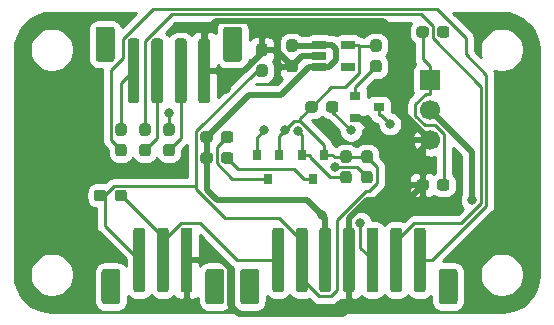
<source format=gbr>
%TF.GenerationSoftware,KiCad,Pcbnew,(5.1.6)-1*%
%TF.CreationDate,2020-08-19T17:28:43+02:00*%
%TF.ProjectId,spectrofluo,73706563-7472-46f6-966c-756f2e6b6963,rev?*%
%TF.SameCoordinates,Original*%
%TF.FileFunction,Copper,L1,Top*%
%TF.FilePolarity,Positive*%
%FSLAX46Y46*%
G04 Gerber Fmt 4.6, Leading zero omitted, Abs format (unit mm)*
G04 Created by KiCad (PCBNEW (5.1.6)-1) date 2020-08-19 17:28:43*
%MOMM*%
%LPD*%
G01*
G04 APERTURE LIST*
%TA.AperFunction,ViaPad*%
%ADD10C,1.699999*%
%TD*%
%TA.AperFunction,ViaPad*%
%ADD11R,1.699999X1.699999*%
%TD*%
%TA.AperFunction,SMDPad,CuDef*%
%ADD12R,0.800000X0.900000*%
%TD*%
%TA.AperFunction,SMDPad,CuDef*%
%ADD13R,0.900000X0.800000*%
%TD*%
%TA.AperFunction,SMDPad,CuDef*%
%ADD14R,1.170000X0.670000*%
%TD*%
%TA.AperFunction,ViaPad*%
%ADD15C,0.800000*%
%TD*%
%TA.AperFunction,Conductor*%
%ADD16C,0.250000*%
%TD*%
%TA.AperFunction,Conductor*%
%ADD17C,0.500000*%
%TD*%
%TA.AperFunction,Conductor*%
%ADD18C,0.254000*%
%TD*%
G04 APERTURE END LIST*
%TO.P,B_R1,2*%
%TO.N,Net-(B_R1-Pad2)*%
%TA.AperFunction,SMDPad,CuDef*%
G36*
G01*
X115553500Y-91090000D02*
X115078500Y-91090000D01*
G75*
G02*
X114841000Y-90852500I0J237500D01*
G01*
X114841000Y-90277500D01*
G75*
G02*
X115078500Y-90040000I237500J0D01*
G01*
X115553500Y-90040000D01*
G75*
G02*
X115791000Y-90277500I0J-237500D01*
G01*
X115791000Y-90852500D01*
G75*
G02*
X115553500Y-91090000I-237500J0D01*
G01*
G37*
%TD.AperFunction*%
%TO.P,B_R1,1*%
%TO.N,Net-(B_R1-Pad1)*%
%TA.AperFunction,SMDPad,CuDef*%
G36*
G01*
X115553500Y-92840000D02*
X115078500Y-92840000D01*
G75*
G02*
X114841000Y-92602500I0J237500D01*
G01*
X114841000Y-92027500D01*
G75*
G02*
X115078500Y-91790000I237500J0D01*
G01*
X115553500Y-91790000D01*
G75*
G02*
X115791000Y-92027500I0J-237500D01*
G01*
X115791000Y-92602500D01*
G75*
G02*
X115553500Y-92840000I-237500J0D01*
G01*
G37*
%TD.AperFunction*%
%TD*%
%TO.P,C1,1*%
%TO.N,+5V*%
%TA.AperFunction,SMDPad,CuDef*%
G36*
G01*
X125492500Y-82928000D02*
X125967500Y-82928000D01*
G75*
G02*
X126205000Y-83165500I0J-237500D01*
G01*
X126205000Y-83740500D01*
G75*
G02*
X125967500Y-83978000I-237500J0D01*
G01*
X125492500Y-83978000D01*
G75*
G02*
X125255000Y-83740500I0J237500D01*
G01*
X125255000Y-83165500D01*
G75*
G02*
X125492500Y-82928000I237500J0D01*
G01*
G37*
%TD.AperFunction*%
%TO.P,C1,2*%
%TO.N,GND*%
%TA.AperFunction,SMDPad,CuDef*%
G36*
G01*
X125492500Y-84678000D02*
X125967500Y-84678000D01*
G75*
G02*
X126205000Y-84915500I0J-237500D01*
G01*
X126205000Y-85490500D01*
G75*
G02*
X125967500Y-85728000I-237500J0D01*
G01*
X125492500Y-85728000D01*
G75*
G02*
X125255000Y-85490500I0J237500D01*
G01*
X125255000Y-84915500D01*
G75*
G02*
X125492500Y-84678000I237500J0D01*
G01*
G37*
%TD.AperFunction*%
%TD*%
%TO.P,C2,2*%
%TO.N,GND*%
%TA.AperFunction,SMDPad,CuDef*%
G36*
G01*
X123427500Y-84345000D02*
X122952500Y-84345000D01*
G75*
G02*
X122715000Y-84107500I0J237500D01*
G01*
X122715000Y-83532500D01*
G75*
G02*
X122952500Y-83295000I237500J0D01*
G01*
X123427500Y-83295000D01*
G75*
G02*
X123665000Y-83532500I0J-237500D01*
G01*
X123665000Y-84107500D01*
G75*
G02*
X123427500Y-84345000I-237500J0D01*
G01*
G37*
%TD.AperFunction*%
%TO.P,C2,1*%
%TO.N,+3V3*%
%TA.AperFunction,SMDPad,CuDef*%
G36*
G01*
X123427500Y-86095000D02*
X122952500Y-86095000D01*
G75*
G02*
X122715000Y-85857500I0J237500D01*
G01*
X122715000Y-85282500D01*
G75*
G02*
X122952500Y-85045000I237500J0D01*
G01*
X123427500Y-85045000D01*
G75*
G02*
X123665000Y-85282500I0J-237500D01*
G01*
X123665000Y-85857500D01*
G75*
G02*
X123427500Y-86095000I-237500J0D01*
G01*
G37*
%TD.AperFunction*%
%TD*%
%TO.P,G_R1,1*%
%TO.N,Net-(G_R1-Pad1)*%
%TA.AperFunction,SMDPad,CuDef*%
G36*
G01*
X113521500Y-92840000D02*
X113046500Y-92840000D01*
G75*
G02*
X112809000Y-92602500I0J237500D01*
G01*
X112809000Y-92027500D01*
G75*
G02*
X113046500Y-91790000I237500J0D01*
G01*
X113521500Y-91790000D01*
G75*
G02*
X113759000Y-92027500I0J-237500D01*
G01*
X113759000Y-92602500D01*
G75*
G02*
X113521500Y-92840000I-237500J0D01*
G01*
G37*
%TD.AperFunction*%
%TO.P,G_R1,2*%
%TO.N,Net-(G_R1-Pad2)*%
%TA.AperFunction,SMDPad,CuDef*%
G36*
G01*
X113521500Y-91090000D02*
X113046500Y-91090000D01*
G75*
G02*
X112809000Y-90852500I0J237500D01*
G01*
X112809000Y-90277500D01*
G75*
G02*
X113046500Y-90040000I237500J0D01*
G01*
X113521500Y-90040000D01*
G75*
G02*
X113759000Y-90277500I0J-237500D01*
G01*
X113759000Y-90852500D01*
G75*
G02*
X113521500Y-91090000I-237500J0D01*
G01*
G37*
%TD.AperFunction*%
%TD*%
%TO.P,J1,1*%
%TO.N,GND*%
%TA.AperFunction,SMDPad,CuDef*%
G36*
G01*
X117308000Y-99108000D02*
X117308000Y-104108000D01*
G75*
G02*
X117058000Y-104358000I-250000J0D01*
G01*
X116558000Y-104358000D01*
G75*
G02*
X116308000Y-104108000I0J250000D01*
G01*
X116308000Y-99108000D01*
G75*
G02*
X116558000Y-98858000I250000J0D01*
G01*
X117058000Y-98858000D01*
G75*
G02*
X117308000Y-99108000I0J-250000D01*
G01*
G37*
%TD.AperFunction*%
%TO.P,J1,2*%
%TO.N,/TEMP_Data*%
%TA.AperFunction,SMDPad,CuDef*%
G36*
G01*
X115308000Y-99108000D02*
X115308000Y-104108000D01*
G75*
G02*
X115058000Y-104358000I-250000J0D01*
G01*
X114558000Y-104358000D01*
G75*
G02*
X114308000Y-104108000I0J250000D01*
G01*
X114308000Y-99108000D01*
G75*
G02*
X114558000Y-98858000I250000J0D01*
G01*
X115058000Y-98858000D01*
G75*
G02*
X115308000Y-99108000I0J-250000D01*
G01*
G37*
%TD.AperFunction*%
%TO.P,J1,3*%
%TO.N,+3V3*%
%TA.AperFunction,SMDPad,CuDef*%
G36*
G01*
X113308000Y-99108000D02*
X113308000Y-104108000D01*
G75*
G02*
X113058000Y-104358000I-250000J0D01*
G01*
X112558000Y-104358000D01*
G75*
G02*
X112308000Y-104108000I0J250000D01*
G01*
X112308000Y-99108000D01*
G75*
G02*
X112558000Y-98858000I250000J0D01*
G01*
X113058000Y-98858000D01*
G75*
G02*
X113308000Y-99108000I0J-250000D01*
G01*
G37*
%TD.AperFunction*%
%TO.P,J1,MP*%
%TO.N,N/C*%
%TA.AperFunction,SMDPad,CuDef*%
G36*
G01*
X120008000Y-102608000D02*
X120008000Y-105108000D01*
G75*
G02*
X119758000Y-105358000I-250000J0D01*
G01*
X118658000Y-105358000D01*
G75*
G02*
X118408000Y-105108000I0J250000D01*
G01*
X118408000Y-102608000D01*
G75*
G02*
X118658000Y-102358000I250000J0D01*
G01*
X119758000Y-102358000D01*
G75*
G02*
X120008000Y-102608000I0J-250000D01*
G01*
G37*
%TD.AperFunction*%
%TA.AperFunction,SMDPad,CuDef*%
G36*
G01*
X111208000Y-102608000D02*
X111208000Y-105108000D01*
G75*
G02*
X110958000Y-105358000I-250000J0D01*
G01*
X109858000Y-105358000D01*
G75*
G02*
X109608000Y-105108000I0J250000D01*
G01*
X109608000Y-102608000D01*
G75*
G02*
X109858000Y-102358000I250000J0D01*
G01*
X110958000Y-102358000D01*
G75*
G02*
X111208000Y-102608000I0J-250000D01*
G01*
G37*
%TD.AperFunction*%
%TD*%
%TO.P,J2,1*%
%TO.N,Net-(J2-Pad1)*%
%TA.AperFunction,SMDPad,CuDef*%
G36*
G01*
X137056000Y-99108000D02*
X137056000Y-104108000D01*
G75*
G02*
X136806000Y-104358000I-250000J0D01*
G01*
X136306000Y-104358000D01*
G75*
G02*
X136056000Y-104108000I0J250000D01*
G01*
X136056000Y-99108000D01*
G75*
G02*
X136306000Y-98858000I250000J0D01*
G01*
X136806000Y-98858000D01*
G75*
G02*
X137056000Y-99108000I0J-250000D01*
G01*
G37*
%TD.AperFunction*%
%TO.P,J2,2*%
%TO.N,Net-(G_R1-Pad2)*%
%TA.AperFunction,SMDPad,CuDef*%
G36*
G01*
X135056000Y-99108000D02*
X135056000Y-104108000D01*
G75*
G02*
X134806000Y-104358000I-250000J0D01*
G01*
X134306000Y-104358000D01*
G75*
G02*
X134056000Y-104108000I0J250000D01*
G01*
X134056000Y-99108000D01*
G75*
G02*
X134306000Y-98858000I250000J0D01*
G01*
X134806000Y-98858000D01*
G75*
G02*
X135056000Y-99108000I0J-250000D01*
G01*
G37*
%TD.AperFunction*%
%TO.P,J2,3*%
%TO.N,Net-(B_R1-Pad2)*%
%TA.AperFunction,SMDPad,CuDef*%
G36*
G01*
X133056000Y-99108000D02*
X133056000Y-104108000D01*
G75*
G02*
X132806000Y-104358000I-250000J0D01*
G01*
X132306000Y-104358000D01*
G75*
G02*
X132056000Y-104108000I0J250000D01*
G01*
X132056000Y-99108000D01*
G75*
G02*
X132306000Y-98858000I250000J0D01*
G01*
X132806000Y-98858000D01*
G75*
G02*
X133056000Y-99108000I0J-250000D01*
G01*
G37*
%TD.AperFunction*%
%TO.P,J2,4*%
%TO.N,GND*%
%TA.AperFunction,SMDPad,CuDef*%
G36*
G01*
X131056000Y-99108000D02*
X131056000Y-104108000D01*
G75*
G02*
X130806000Y-104358000I-250000J0D01*
G01*
X130306000Y-104358000D01*
G75*
G02*
X130056000Y-104108000I0J250000D01*
G01*
X130056000Y-99108000D01*
G75*
G02*
X130306000Y-98858000I250000J0D01*
G01*
X130806000Y-98858000D01*
G75*
G02*
X131056000Y-99108000I0J-250000D01*
G01*
G37*
%TD.AperFunction*%
%TO.P,J2,5*%
%TO.N,+5V*%
%TA.AperFunction,SMDPad,CuDef*%
G36*
G01*
X129056000Y-99108000D02*
X129056000Y-104108000D01*
G75*
G02*
X128806000Y-104358000I-250000J0D01*
G01*
X128306000Y-104358000D01*
G75*
G02*
X128056000Y-104108000I0J250000D01*
G01*
X128056000Y-99108000D01*
G75*
G02*
X128306000Y-98858000I250000J0D01*
G01*
X128806000Y-98858000D01*
G75*
G02*
X129056000Y-99108000I0J-250000D01*
G01*
G37*
%TD.AperFunction*%
%TO.P,J2,6*%
%TO.N,+3V3*%
%TA.AperFunction,SMDPad,CuDef*%
G36*
G01*
X127056000Y-99108000D02*
X127056000Y-104108000D01*
G75*
G02*
X126806000Y-104358000I-250000J0D01*
G01*
X126306000Y-104358000D01*
G75*
G02*
X126056000Y-104108000I0J250000D01*
G01*
X126056000Y-99108000D01*
G75*
G02*
X126306000Y-98858000I250000J0D01*
G01*
X126806000Y-98858000D01*
G75*
G02*
X127056000Y-99108000I0J-250000D01*
G01*
G37*
%TD.AperFunction*%
%TO.P,J2,7*%
%TO.N,/TEMP_Data*%
%TA.AperFunction,SMDPad,CuDef*%
G36*
G01*
X125056000Y-99108000D02*
X125056000Y-104108000D01*
G75*
G02*
X124806000Y-104358000I-250000J0D01*
G01*
X124306000Y-104358000D01*
G75*
G02*
X124056000Y-104108000I0J250000D01*
G01*
X124056000Y-99108000D01*
G75*
G02*
X124306000Y-98858000I250000J0D01*
G01*
X124806000Y-98858000D01*
G75*
G02*
X125056000Y-99108000I0J-250000D01*
G01*
G37*
%TD.AperFunction*%
%TO.P,J2,MP*%
%TO.N,N/C*%
%TA.AperFunction,SMDPad,CuDef*%
G36*
G01*
X139756000Y-102608000D02*
X139756000Y-105108000D01*
G75*
G02*
X139506000Y-105358000I-250000J0D01*
G01*
X138406000Y-105358000D01*
G75*
G02*
X138156000Y-105108000I0J250000D01*
G01*
X138156000Y-102608000D01*
G75*
G02*
X138406000Y-102358000I250000J0D01*
G01*
X139506000Y-102358000D01*
G75*
G02*
X139756000Y-102608000I0J-250000D01*
G01*
G37*
%TD.AperFunction*%
%TA.AperFunction,SMDPad,CuDef*%
G36*
G01*
X122956000Y-102608000D02*
X122956000Y-105108000D01*
G75*
G02*
X122706000Y-105358000I-250000J0D01*
G01*
X121606000Y-105358000D01*
G75*
G02*
X121356000Y-105108000I0J250000D01*
G01*
X121356000Y-102608000D01*
G75*
G02*
X121606000Y-102358000I250000J0D01*
G01*
X122706000Y-102358000D01*
G75*
G02*
X122956000Y-102608000I0J-250000D01*
G01*
G37*
%TD.AperFunction*%
%TD*%
%TO.P,J3,1*%
%TO.N,Net-(J3-Pad1)*%
%TA.AperFunction,SMDPad,CuDef*%
G36*
G01*
X111816000Y-88090000D02*
X111816000Y-83090000D01*
G75*
G02*
X112066000Y-82840000I250000J0D01*
G01*
X112566000Y-82840000D01*
G75*
G02*
X112816000Y-83090000I0J-250000D01*
G01*
X112816000Y-88090000D01*
G75*
G02*
X112566000Y-88340000I-250000J0D01*
G01*
X112066000Y-88340000D01*
G75*
G02*
X111816000Y-88090000I0J250000D01*
G01*
G37*
%TD.AperFunction*%
%TO.P,J3,2*%
%TO.N,Net-(G_R1-Pad1)*%
%TA.AperFunction,SMDPad,CuDef*%
G36*
G01*
X113816000Y-88090000D02*
X113816000Y-83090000D01*
G75*
G02*
X114066000Y-82840000I250000J0D01*
G01*
X114566000Y-82840000D01*
G75*
G02*
X114816000Y-83090000I0J-250000D01*
G01*
X114816000Y-88090000D01*
G75*
G02*
X114566000Y-88340000I-250000J0D01*
G01*
X114066000Y-88340000D01*
G75*
G02*
X113816000Y-88090000I0J250000D01*
G01*
G37*
%TD.AperFunction*%
%TO.P,J3,3*%
%TO.N,Net-(B_R1-Pad1)*%
%TA.AperFunction,SMDPad,CuDef*%
G36*
G01*
X115816000Y-88090000D02*
X115816000Y-83090000D01*
G75*
G02*
X116066000Y-82840000I250000J0D01*
G01*
X116566000Y-82840000D01*
G75*
G02*
X116816000Y-83090000I0J-250000D01*
G01*
X116816000Y-88090000D01*
G75*
G02*
X116566000Y-88340000I-250000J0D01*
G01*
X116066000Y-88340000D01*
G75*
G02*
X115816000Y-88090000I0J250000D01*
G01*
G37*
%TD.AperFunction*%
%TO.P,J3,4*%
%TO.N,GND*%
%TA.AperFunction,SMDPad,CuDef*%
G36*
G01*
X117816000Y-88090000D02*
X117816000Y-83090000D01*
G75*
G02*
X118066000Y-82840000I250000J0D01*
G01*
X118566000Y-82840000D01*
G75*
G02*
X118816000Y-83090000I0J-250000D01*
G01*
X118816000Y-88090000D01*
G75*
G02*
X118566000Y-88340000I-250000J0D01*
G01*
X118066000Y-88340000D01*
G75*
G02*
X117816000Y-88090000I0J250000D01*
G01*
G37*
%TD.AperFunction*%
%TO.P,J3,MP*%
%TO.N,N/C*%
%TA.AperFunction,SMDPad,CuDef*%
G36*
G01*
X109116000Y-84590000D02*
X109116000Y-82090000D01*
G75*
G02*
X109366000Y-81840000I250000J0D01*
G01*
X110466000Y-81840000D01*
G75*
G02*
X110716000Y-82090000I0J-250000D01*
G01*
X110716000Y-84590000D01*
G75*
G02*
X110466000Y-84840000I-250000J0D01*
G01*
X109366000Y-84840000D01*
G75*
G02*
X109116000Y-84590000I0J250000D01*
G01*
G37*
%TD.AperFunction*%
%TA.AperFunction,SMDPad,CuDef*%
G36*
G01*
X119916000Y-84590000D02*
X119916000Y-82090000D01*
G75*
G02*
X120166000Y-81840000I250000J0D01*
G01*
X121266000Y-81840000D01*
G75*
G02*
X121516000Y-82090000I0J-250000D01*
G01*
X121516000Y-84590000D01*
G75*
G02*
X121266000Y-84840000I-250000J0D01*
G01*
X120166000Y-84840000D01*
G75*
G02*
X119916000Y-84590000I0J250000D01*
G01*
G37*
%TD.AperFunction*%
%TD*%
D10*
%TO.N,GND*%
%TO.C,Q1*%
X137414000Y-91440000D03*
%TO.N,+5V*%
X137414000Y-88900000D03*
D11*
%TO.N,Net-(Q1-Pad1)*%
X137414000Y-86360000D03*
%TD*%
D12*
%TO.P,Q2,1*%
%TO.N,+3V3*%
X124648000Y-92726000D03*
%TO.P,Q2,2*%
%TO.N,/SCL_3V*%
X122748000Y-92726000D03*
%TO.P,Q2,3*%
%TO.N,/SCL_5V*%
X123698000Y-94726000D03*
%TD*%
D13*
%TO.P,Q3,1*%
%TO.N,/LED_EN*%
X131080000Y-87696000D03*
%TO.P,Q3,2*%
%TO.N,GND*%
X131080000Y-89596000D03*
%TO.P,Q3,3*%
%TO.N,Net-(D1-Pad1)*%
X133080000Y-88646000D03*
%TD*%
D12*
%TO.P,Q4,3*%
%TO.N,/SDA_5V*%
X127508000Y-94726000D03*
%TO.P,Q4,2*%
%TO.N,/SDA_3V*%
X126558000Y-92726000D03*
%TO.P,Q4,1*%
%TO.N,+3V3*%
X128458000Y-92726000D03*
%TD*%
%TO.P,R1,1*%
%TO.N,Net-(Q1-Pad1)*%
%TA.AperFunction,SMDPad,CuDef*%
G36*
G01*
X136268000Y-82533500D02*
X136268000Y-82058500D01*
G75*
G02*
X136505500Y-81821000I237500J0D01*
G01*
X137080500Y-81821000D01*
G75*
G02*
X137318000Y-82058500I0J-237500D01*
G01*
X137318000Y-82533500D01*
G75*
G02*
X137080500Y-82771000I-237500J0D01*
G01*
X136505500Y-82771000D01*
G75*
G02*
X136268000Y-82533500I0J237500D01*
G01*
G37*
%TD.AperFunction*%
%TO.P,R1,2*%
%TO.N,N/C*%
%TA.AperFunction,SMDPad,CuDef*%
G36*
G01*
X138018000Y-82533500D02*
X138018000Y-82058500D01*
G75*
G02*
X138255500Y-81821000I237500J0D01*
G01*
X138830500Y-81821000D01*
G75*
G02*
X139068000Y-82058500I0J-237500D01*
G01*
X139068000Y-82533500D01*
G75*
G02*
X138830500Y-82771000I-237500J0D01*
G01*
X138255500Y-82771000D01*
G75*
G02*
X138018000Y-82533500I0J237500D01*
G01*
G37*
%TD.AperFunction*%
%TD*%
%TO.P,R2,2*%
%TO.N,Net-(Q1-Pad1)*%
%TA.AperFunction,SMDPad,CuDef*%
G36*
G01*
X138018000Y-95487500D02*
X138018000Y-95012500D01*
G75*
G02*
X138255500Y-94775000I237500J0D01*
G01*
X138830500Y-94775000D01*
G75*
G02*
X139068000Y-95012500I0J-237500D01*
G01*
X139068000Y-95487500D01*
G75*
G02*
X138830500Y-95725000I-237500J0D01*
G01*
X138255500Y-95725000D01*
G75*
G02*
X138018000Y-95487500I0J237500D01*
G01*
G37*
%TD.AperFunction*%
%TO.P,R2,1*%
%TO.N,GND*%
%TA.AperFunction,SMDPad,CuDef*%
G36*
G01*
X136268000Y-95487500D02*
X136268000Y-95012500D01*
G75*
G02*
X136505500Y-94775000I237500J0D01*
G01*
X137080500Y-94775000D01*
G75*
G02*
X137318000Y-95012500I0J-237500D01*
G01*
X137318000Y-95487500D01*
G75*
G02*
X137080500Y-95725000I-237500J0D01*
G01*
X136505500Y-95725000D01*
G75*
G02*
X136268000Y-95487500I0J237500D01*
G01*
G37*
%TD.AperFunction*%
%TD*%
%TO.P,R3,1*%
%TO.N,/TEMP_Data*%
%TA.AperFunction,SMDPad,CuDef*%
G36*
G01*
X111763000Y-95901500D02*
X111763000Y-96376500D01*
G75*
G02*
X111525500Y-96614000I-237500J0D01*
G01*
X110950500Y-96614000D01*
G75*
G02*
X110713000Y-96376500I0J237500D01*
G01*
X110713000Y-95901500D01*
G75*
G02*
X110950500Y-95664000I237500J0D01*
G01*
X111525500Y-95664000D01*
G75*
G02*
X111763000Y-95901500I0J-237500D01*
G01*
G37*
%TD.AperFunction*%
%TO.P,R3,2*%
%TO.N,+3V3*%
%TA.AperFunction,SMDPad,CuDef*%
G36*
G01*
X110013000Y-95901500D02*
X110013000Y-96376500D01*
G75*
G02*
X109775500Y-96614000I-237500J0D01*
G01*
X109200500Y-96614000D01*
G75*
G02*
X108963000Y-96376500I0J237500D01*
G01*
X108963000Y-95901500D01*
G75*
G02*
X109200500Y-95664000I237500J0D01*
G01*
X109775500Y-95664000D01*
G75*
G02*
X110013000Y-95901500I0J-237500D01*
G01*
G37*
%TD.AperFunction*%
%TD*%
%TO.P,R4,2*%
%TO.N,/SDA_3V*%
%TA.AperFunction,SMDPad,CuDef*%
G36*
G01*
X130064500Y-94076000D02*
X130539500Y-94076000D01*
G75*
G02*
X130777000Y-94313500I0J-237500D01*
G01*
X130777000Y-94888500D01*
G75*
G02*
X130539500Y-95126000I-237500J0D01*
G01*
X130064500Y-95126000D01*
G75*
G02*
X129827000Y-94888500I0J237500D01*
G01*
X129827000Y-94313500D01*
G75*
G02*
X130064500Y-94076000I237500J0D01*
G01*
G37*
%TD.AperFunction*%
%TO.P,R4,1*%
%TO.N,+3V3*%
%TA.AperFunction,SMDPad,CuDef*%
G36*
G01*
X130064500Y-92326000D02*
X130539500Y-92326000D01*
G75*
G02*
X130777000Y-92563500I0J-237500D01*
G01*
X130777000Y-93138500D01*
G75*
G02*
X130539500Y-93376000I-237500J0D01*
G01*
X130064500Y-93376000D01*
G75*
G02*
X129827000Y-93138500I0J237500D01*
G01*
X129827000Y-92563500D01*
G75*
G02*
X130064500Y-92326000I237500J0D01*
G01*
G37*
%TD.AperFunction*%
%TD*%
%TO.P,R5,1*%
%TO.N,+3V3*%
%TA.AperFunction,SMDPad,CuDef*%
G36*
G01*
X131842500Y-92326000D02*
X132317500Y-92326000D01*
G75*
G02*
X132555000Y-92563500I0J-237500D01*
G01*
X132555000Y-93138500D01*
G75*
G02*
X132317500Y-93376000I-237500J0D01*
G01*
X131842500Y-93376000D01*
G75*
G02*
X131605000Y-93138500I0J237500D01*
G01*
X131605000Y-92563500D01*
G75*
G02*
X131842500Y-92326000I237500J0D01*
G01*
G37*
%TD.AperFunction*%
%TO.P,R5,2*%
%TO.N,/SCL_3V*%
%TA.AperFunction,SMDPad,CuDef*%
G36*
G01*
X131842500Y-94076000D02*
X132317500Y-94076000D01*
G75*
G02*
X132555000Y-94313500I0J-237500D01*
G01*
X132555000Y-94888500D01*
G75*
G02*
X132317500Y-95126000I-237500J0D01*
G01*
X131842500Y-95126000D01*
G75*
G02*
X131605000Y-94888500I0J237500D01*
G01*
X131605000Y-94313500D01*
G75*
G02*
X131842500Y-94076000I237500J0D01*
G01*
G37*
%TD.AperFunction*%
%TD*%
%TO.P,R6,1*%
%TO.N,+3V3*%
%TA.AperFunction,SMDPad,CuDef*%
G36*
G01*
X132604500Y-82928000D02*
X133079500Y-82928000D01*
G75*
G02*
X133317000Y-83165500I0J-237500D01*
G01*
X133317000Y-83740500D01*
G75*
G02*
X133079500Y-83978000I-237500J0D01*
G01*
X132604500Y-83978000D01*
G75*
G02*
X132367000Y-83740500I0J237500D01*
G01*
X132367000Y-83165500D01*
G75*
G02*
X132604500Y-82928000I237500J0D01*
G01*
G37*
%TD.AperFunction*%
%TO.P,R6,2*%
%TO.N,/LED_EN*%
%TA.AperFunction,SMDPad,CuDef*%
G36*
G01*
X132604500Y-84678000D02*
X133079500Y-84678000D01*
G75*
G02*
X133317000Y-84915500I0J-237500D01*
G01*
X133317000Y-85490500D01*
G75*
G02*
X133079500Y-85728000I-237500J0D01*
G01*
X132604500Y-85728000D01*
G75*
G02*
X132367000Y-85490500I0J237500D01*
G01*
X132367000Y-84915500D01*
G75*
G02*
X132604500Y-84678000I237500J0D01*
G01*
G37*
%TD.AperFunction*%
%TD*%
%TO.P,R7,2*%
%TO.N,Net-(D1-Pad2)*%
%TA.AperFunction,SMDPad,CuDef*%
G36*
G01*
X128620000Y-88883500D02*
X128620000Y-88408500D01*
G75*
G02*
X128857500Y-88171000I237500J0D01*
G01*
X129432500Y-88171000D01*
G75*
G02*
X129670000Y-88408500I0J-237500D01*
G01*
X129670000Y-88883500D01*
G75*
G02*
X129432500Y-89121000I-237500J0D01*
G01*
X128857500Y-89121000D01*
G75*
G02*
X128620000Y-88883500I0J237500D01*
G01*
G37*
%TD.AperFunction*%
%TO.P,R7,1*%
%TO.N,+3V3*%
%TA.AperFunction,SMDPad,CuDef*%
G36*
G01*
X126870000Y-88883500D02*
X126870000Y-88408500D01*
G75*
G02*
X127107500Y-88171000I237500J0D01*
G01*
X127682500Y-88171000D01*
G75*
G02*
X127920000Y-88408500I0J-237500D01*
G01*
X127920000Y-88883500D01*
G75*
G02*
X127682500Y-89121000I-237500J0D01*
G01*
X127107500Y-89121000D01*
G75*
G02*
X126870000Y-88883500I0J237500D01*
G01*
G37*
%TD.AperFunction*%
%TD*%
%TO.P,R8,2*%
%TO.N,/SCL_5V*%
%TA.AperFunction,SMDPad,CuDef*%
G36*
G01*
X119730000Y-91423500D02*
X119730000Y-90948500D01*
G75*
G02*
X119967500Y-90711000I237500J0D01*
G01*
X120542500Y-90711000D01*
G75*
G02*
X120780000Y-90948500I0J-237500D01*
G01*
X120780000Y-91423500D01*
G75*
G02*
X120542500Y-91661000I-237500J0D01*
G01*
X119967500Y-91661000D01*
G75*
G02*
X119730000Y-91423500I0J237500D01*
G01*
G37*
%TD.AperFunction*%
%TO.P,R8,1*%
%TO.N,+5V*%
%TA.AperFunction,SMDPad,CuDef*%
G36*
G01*
X117980000Y-91423500D02*
X117980000Y-90948500D01*
G75*
G02*
X118217500Y-90711000I237500J0D01*
G01*
X118792500Y-90711000D01*
G75*
G02*
X119030000Y-90948500I0J-237500D01*
G01*
X119030000Y-91423500D01*
G75*
G02*
X118792500Y-91661000I-237500J0D01*
G01*
X118217500Y-91661000D01*
G75*
G02*
X117980000Y-91423500I0J237500D01*
G01*
G37*
%TD.AperFunction*%
%TD*%
%TO.P,R9,1*%
%TO.N,+5V*%
%TA.AperFunction,SMDPad,CuDef*%
G36*
G01*
X117980000Y-93201500D02*
X117980000Y-92726500D01*
G75*
G02*
X118217500Y-92489000I237500J0D01*
G01*
X118792500Y-92489000D01*
G75*
G02*
X119030000Y-92726500I0J-237500D01*
G01*
X119030000Y-93201500D01*
G75*
G02*
X118792500Y-93439000I-237500J0D01*
G01*
X118217500Y-93439000D01*
G75*
G02*
X117980000Y-93201500I0J237500D01*
G01*
G37*
%TD.AperFunction*%
%TO.P,R9,2*%
%TO.N,/SDA_5V*%
%TA.AperFunction,SMDPad,CuDef*%
G36*
G01*
X119730000Y-93201500D02*
X119730000Y-92726500D01*
G75*
G02*
X119967500Y-92489000I237500J0D01*
G01*
X120542500Y-92489000D01*
G75*
G02*
X120780000Y-92726500I0J-237500D01*
G01*
X120780000Y-93201500D01*
G75*
G02*
X120542500Y-93439000I-237500J0D01*
G01*
X119967500Y-93439000D01*
G75*
G02*
X119730000Y-93201500I0J237500D01*
G01*
G37*
%TD.AperFunction*%
%TD*%
%TO.P,R_R1,2*%
%TO.N,Net-(J2-Pad1)*%
%TA.AperFunction,SMDPad,CuDef*%
G36*
G01*
X111014500Y-91790000D02*
X111489500Y-91790000D01*
G75*
G02*
X111727000Y-92027500I0J-237500D01*
G01*
X111727000Y-92602500D01*
G75*
G02*
X111489500Y-92840000I-237500J0D01*
G01*
X111014500Y-92840000D01*
G75*
G02*
X110777000Y-92602500I0J237500D01*
G01*
X110777000Y-92027500D01*
G75*
G02*
X111014500Y-91790000I237500J0D01*
G01*
G37*
%TD.AperFunction*%
%TO.P,R_R1,1*%
%TO.N,Net-(J3-Pad1)*%
%TA.AperFunction,SMDPad,CuDef*%
G36*
G01*
X111014500Y-90040000D02*
X111489500Y-90040000D01*
G75*
G02*
X111727000Y-90277500I0J-237500D01*
G01*
X111727000Y-90852500D01*
G75*
G02*
X111489500Y-91090000I-237500J0D01*
G01*
X111014500Y-91090000D01*
G75*
G02*
X110777000Y-90852500I0J237500D01*
G01*
X110777000Y-90277500D01*
G75*
G02*
X111014500Y-90040000I237500J0D01*
G01*
G37*
%TD.AperFunction*%
%TD*%
D14*
%TO.P,U1,5*%
%TO.N,+3V3*%
X130506000Y-83388000D03*
%TO.P,U1,4*%
%TO.N,N/C*%
X130506000Y-85268000D03*
%TO.P,U1,3*%
%TO.N,+5V*%
X128066000Y-85268000D03*
%TO.P,U1,2*%
%TO.N,GND*%
X128066000Y-84328000D03*
%TO.P,U1,1*%
%TO.N,+5V*%
X128066000Y-83388000D03*
%TD*%
D15*
%TO.N,Net-(B_R1-Pad2)*%
X115316000Y-89190000D03*
X131535400Y-98460100D03*
%TO.N,+5V*%
X128270000Y-97790000D03*
X140970000Y-96520000D03*
%TO.N,GND*%
X120163797Y-87143797D03*
%TO.N,+3V3*%
X125144100Y-90587800D03*
%TO.N,Net-(D1-Pad1)*%
X134035200Y-90109700D03*
%TO.N,Net-(D1-Pad2)*%
X130730000Y-90639400D03*
%TO.N,/SCL_3V*%
X129377300Y-93726000D03*
X123397500Y-90587800D03*
%TO.N,/SDA_3V*%
X126264400Y-90698000D03*
%TD*%
D16*
%TO.N,Net-(B_R1-Pad2)*%
X115316000Y-89190000D02*
X115316000Y-90565000D01*
X132556000Y-101608000D02*
X131535400Y-100587400D01*
X131535400Y-100587400D02*
X131535400Y-98460100D01*
%TO.N,Net-(B_R1-Pad1)*%
X116316000Y-85590000D02*
X116316000Y-91315000D01*
X116316000Y-91315000D02*
X115316000Y-92315000D01*
D17*
%TO.N,+5V*%
X128270000Y-97790000D02*
X127000000Y-96520000D01*
X127000000Y-96520000D02*
X119380000Y-96520000D01*
X119380000Y-96520000D02*
X118505000Y-95645000D01*
X118505000Y-95645000D02*
X118505000Y-92964000D01*
X128556000Y-101608000D02*
X128556000Y-98076000D01*
X128556000Y-98076000D02*
X128270000Y-97790000D01*
X137414000Y-88900000D02*
X140970000Y-92456000D01*
X140970000Y-92456000D02*
X140970000Y-96520000D01*
X118505000Y-91186000D02*
X122061000Y-87630000D01*
X122061000Y-87630000D02*
X124800000Y-87630000D01*
X124800000Y-87630000D02*
X127162000Y-85268000D01*
X127162000Y-85268000D02*
X128066000Y-85268000D01*
X128066000Y-83388000D02*
X129151000Y-83388000D01*
X129151000Y-83388000D02*
X129471000Y-83708000D01*
X129471000Y-83708000D02*
X129471000Y-84653000D01*
X129471000Y-84653000D02*
X128856000Y-85268000D01*
X128856000Y-85268000D02*
X128066000Y-85268000D01*
X125730000Y-83453000D02*
X128001000Y-83453000D01*
X128001000Y-83453000D02*
X128066000Y-83388000D01*
X118505000Y-92964000D02*
X118505000Y-91186000D01*
%TO.N,GND*%
X137414000Y-91440000D02*
X134620000Y-88646000D01*
X134620000Y-88646000D02*
X134620000Y-82550000D01*
X134620000Y-82550000D02*
X133460000Y-81390000D01*
X133460000Y-81390000D02*
X119270000Y-81390000D01*
X119270000Y-81390000D02*
X118316000Y-82344000D01*
X118316000Y-82344000D02*
X118316000Y-85590000D01*
X131080000Y-89596000D02*
X131506000Y-89596000D01*
X131506000Y-89596000D02*
X133350000Y-91440000D01*
X133350000Y-91440000D02*
X137414000Y-91440000D01*
X125730000Y-85203000D02*
X126605000Y-84328000D01*
X126605000Y-84328000D02*
X128066000Y-84328000D01*
X123190000Y-83820000D02*
X124347000Y-83820000D01*
X124347000Y-83820000D02*
X125730000Y-85203000D01*
X121673000Y-85590000D02*
X123190000Y-84072700D01*
X123190000Y-84072700D02*
X123190000Y-83820000D01*
X136793000Y-95250000D02*
X136793000Y-92061000D01*
X136793000Y-92061000D02*
X137414000Y-91440000D01*
X130556000Y-101608000D02*
X130556000Y-98044000D01*
X130556000Y-98044000D02*
X132080000Y-96520000D01*
X132080000Y-96520000D02*
X135523000Y-96520000D01*
X135523000Y-96520000D02*
X136793000Y-95250000D01*
X116808000Y-101608000D02*
X119748000Y-101608000D01*
X119748000Y-101608000D02*
X120458000Y-102318000D01*
X120458000Y-102318000D02*
X120458000Y-105398000D01*
X120458000Y-105398000D02*
X121265000Y-106205000D01*
X121265000Y-106205000D02*
X130015000Y-106205000D01*
X130015000Y-106205000D02*
X130556000Y-105664000D01*
X130556000Y-105664000D02*
X130556000Y-101608000D01*
X120163797Y-85873797D02*
X119880000Y-85590000D01*
X120163797Y-87143797D02*
X120163797Y-85873797D01*
X118316000Y-85590000D02*
X119880000Y-85590000D01*
X119880000Y-85590000D02*
X121673000Y-85590000D01*
D16*
%TO.N,+3V3*%
X126437700Y-89845500D02*
X125886400Y-89845500D01*
X125886400Y-89845500D02*
X125144100Y-90587800D01*
X128458000Y-91950700D02*
X128458000Y-91865800D01*
X128458000Y-91865800D02*
X126437700Y-89845500D01*
X126437700Y-89845500D02*
X126437700Y-89603300D01*
X126437700Y-89603300D02*
X127395000Y-88646000D01*
X125144100Y-90587800D02*
X124648000Y-91083900D01*
X124648000Y-91083900D02*
X124648000Y-92726000D01*
X117620200Y-95333600D02*
X117620200Y-90712700D01*
X117620200Y-90712700D02*
X122762900Y-85570000D01*
X122762900Y-85570000D02*
X123190000Y-85570000D01*
X126556000Y-101608000D02*
X126556000Y-100007500D01*
X126556000Y-100007500D02*
X124597800Y-98049300D01*
X124597800Y-98049300D02*
X120081200Y-98049300D01*
X120081200Y-98049300D02*
X117620200Y-95588300D01*
X117620200Y-95588300D02*
X117620200Y-95333600D01*
X117620200Y-95333600D02*
X110696900Y-95333600D01*
X110696900Y-95333600D02*
X109891500Y-96139000D01*
X109891500Y-96139000D02*
X109891500Y-98691500D01*
X109891500Y-98691500D02*
X112808000Y-101608000D01*
X109488000Y-96139000D02*
X109891500Y-96139000D01*
X132080000Y-92851000D02*
X132935300Y-93706300D01*
X132935300Y-93706300D02*
X132935300Y-95090900D01*
X132935300Y-95090900D02*
X132293700Y-95732500D01*
X132293700Y-95732500D02*
X132044900Y-95732500D01*
X132044900Y-95732500D02*
X129556000Y-98221400D01*
X129556000Y-98221400D02*
X129556000Y-104173800D01*
X129556000Y-104173800D02*
X129035300Y-104694500D01*
X129035300Y-104694500D02*
X128015700Y-104694500D01*
X128015700Y-104694500D02*
X126556000Y-103234800D01*
X126556000Y-103234800D02*
X126556000Y-101608000D01*
X130302000Y-92851000D02*
X132080000Y-92851000D01*
X128458000Y-92726000D02*
X128458000Y-91950700D01*
X128458000Y-92726000D02*
X129183300Y-92726000D01*
X130302000Y-92851000D02*
X129308300Y-92851000D01*
X129308300Y-92851000D02*
X129183300Y-92726000D01*
X131437900Y-83453000D02*
X131437900Y-85737300D01*
X131437900Y-85737300D02*
X130188900Y-86986300D01*
X130188900Y-86986300D02*
X129054700Y-86986300D01*
X129054700Y-86986300D02*
X127395000Y-88646000D01*
X130506000Y-83388000D02*
X131416300Y-83388000D01*
X131416300Y-83388000D02*
X131416300Y-83431400D01*
X131416300Y-83431400D02*
X131437900Y-83453000D01*
X131437900Y-83453000D02*
X132842000Y-83453000D01*
%TO.N,Net-(D1-Pad1)*%
X133080000Y-88646000D02*
X133080000Y-89371300D01*
X133080000Y-89371300D02*
X133296800Y-89371300D01*
X133296800Y-89371300D02*
X134035200Y-90109700D01*
%TO.N,Net-(D1-Pad2)*%
X130730000Y-90639400D02*
X129145000Y-89054400D01*
X129145000Y-89054400D02*
X129145000Y-88646000D01*
%TO.N,Net-(G_R1-Pad1)*%
X114316000Y-85590000D02*
X114316000Y-91283000D01*
X114316000Y-91283000D02*
X113284000Y-92315000D01*
%TO.N,Net-(G_R1-Pad2)*%
X134556000Y-101608000D02*
X134556000Y-100024500D01*
X134556000Y-100024500D02*
X136087600Y-98492900D01*
X136087600Y-98492900D02*
X140067200Y-98492900D01*
X140067200Y-98492900D02*
X141742100Y-96818000D01*
X141742100Y-96818000D02*
X141742100Y-86922400D01*
X141742100Y-86922400D02*
X137668000Y-82848300D01*
X137668000Y-82848300D02*
X137668000Y-81833100D01*
X137668000Y-81833100D02*
X136630700Y-80795800D01*
X136630700Y-80795800D02*
X115542700Y-80795800D01*
X115542700Y-80795800D02*
X113284000Y-83054500D01*
X113284000Y-83054500D02*
X113284000Y-90565000D01*
%TO.N,/TEMP_Data*%
X114970100Y-99871000D02*
X116341400Y-98499700D01*
X116341400Y-98499700D02*
X117987000Y-98499700D01*
X117987000Y-98499700D02*
X121095300Y-101608000D01*
X121095300Y-101608000D02*
X124556000Y-101608000D01*
X114808000Y-101608000D02*
X114808000Y-100033100D01*
X114808000Y-100033100D02*
X114970100Y-99871000D01*
X114970100Y-99871000D02*
X111238000Y-96139000D01*
%TO.N,Net-(J2-Pad1)*%
X136556000Y-101608000D02*
X137589000Y-101608000D01*
X137589000Y-101608000D02*
X142192500Y-97004500D01*
X142192500Y-97004500D02*
X142192500Y-85958500D01*
X142192500Y-85958500D02*
X140437800Y-84203800D01*
X140437800Y-84203800D02*
X140437800Y-82788300D01*
X140437800Y-82788300D02*
X137994900Y-80345400D01*
X137994900Y-80345400D02*
X113941500Y-80345400D01*
X113941500Y-80345400D02*
X111425300Y-82861600D01*
X111425300Y-82861600D02*
X111425300Y-84533300D01*
X111425300Y-84533300D02*
X110409500Y-85549100D01*
X110409500Y-85549100D02*
X110409500Y-91472500D01*
X110409500Y-91472500D02*
X111252000Y-92315000D01*
%TO.N,Net-(J3-Pad1)*%
X112316000Y-85590000D02*
X111252000Y-86654000D01*
X111252000Y-86654000D02*
X111252000Y-90565000D01*
%TO.N,Net-(Q1-Pad1)*%
X137414000Y-86360000D02*
X137414000Y-87535300D01*
X137414000Y-87535300D02*
X137046700Y-87535300D01*
X137046700Y-87535300D02*
X136183300Y-88398700D01*
X136183300Y-88398700D02*
X136183300Y-89395600D01*
X136183300Y-89395600D02*
X136957700Y-90170000D01*
X136957700Y-90170000D02*
X137870300Y-90170000D01*
X137870300Y-90170000D02*
X138599900Y-90899600D01*
X138599900Y-90899600D02*
X138599900Y-95193100D01*
X138599900Y-95193100D02*
X138543000Y-95250000D01*
X137414000Y-86066100D02*
X137414000Y-86360000D01*
X137414000Y-86066100D02*
X137414000Y-85184700D01*
X137414000Y-85184700D02*
X136793000Y-84563700D01*
X136793000Y-84563700D02*
X136793000Y-82296000D01*
%TO.N,/SCL_3V*%
X129377300Y-93726000D02*
X131205000Y-93726000D01*
X131205000Y-93726000D02*
X132080000Y-94601000D01*
X123397500Y-90587800D02*
X122748000Y-91237300D01*
X122748000Y-91237300D02*
X122748000Y-92726000D01*
%TO.N,/SCL_5V*%
X123698000Y-94726000D02*
X120679500Y-94726000D01*
X120679500Y-94726000D02*
X119380000Y-93426500D01*
X119380000Y-93426500D02*
X119380000Y-92061000D01*
X119380000Y-92061000D02*
X120255000Y-91186000D01*
%TO.N,/LED_EN*%
X131080000Y-87696000D02*
X131080000Y-86970700D01*
X131080000Y-86970700D02*
X132842000Y-85208700D01*
X132842000Y-85208700D02*
X132842000Y-85203000D01*
%TO.N,/SDA_5V*%
X127508000Y-94726000D02*
X126782700Y-94726000D01*
X126782700Y-94726000D02*
X125942000Y-93885300D01*
X125942000Y-93885300D02*
X121176300Y-93885300D01*
X121176300Y-93885300D02*
X120255000Y-92964000D01*
%TO.N,/SDA_3V*%
X126558000Y-92726000D02*
X127283300Y-92726000D01*
X130302000Y-94601000D02*
X128989500Y-94601000D01*
X128989500Y-94601000D02*
X127283300Y-92894800D01*
X127283300Y-92894800D02*
X127283300Y-92726000D01*
X126264400Y-90698000D02*
X126558000Y-90991600D01*
X126558000Y-90991600D02*
X126558000Y-92726000D01*
%TD*%
D18*
%TO.N,GND*%
G36*
X111327313Y-81884786D02*
G01*
X111286472Y-81750150D01*
X111204405Y-81596614D01*
X111093962Y-81462038D01*
X110959386Y-81351595D01*
X110805850Y-81269528D01*
X110639254Y-81218992D01*
X110466000Y-81201928D01*
X109366000Y-81201928D01*
X109192746Y-81218992D01*
X109026150Y-81269528D01*
X108872614Y-81351595D01*
X108738038Y-81462038D01*
X108627595Y-81596614D01*
X108545528Y-81750150D01*
X108494992Y-81916746D01*
X108477928Y-82090000D01*
X108477928Y-84590000D01*
X108494992Y-84763254D01*
X108545528Y-84929850D01*
X108627595Y-85083386D01*
X108738038Y-85217962D01*
X108872614Y-85328405D01*
X109026150Y-85410472D01*
X109192746Y-85461008D01*
X109366000Y-85478072D01*
X109652819Y-85478072D01*
X109649500Y-85511768D01*
X109649500Y-85511778D01*
X109645824Y-85549100D01*
X109649500Y-85586423D01*
X109649501Y-91435168D01*
X109645824Y-91472500D01*
X109649501Y-91509833D01*
X109660498Y-91621486D01*
X109669205Y-91650188D01*
X109703954Y-91764746D01*
X109774526Y-91896776D01*
X109840363Y-91976998D01*
X109869500Y-92012501D01*
X109898498Y-92036299D01*
X110138928Y-92276729D01*
X110138928Y-92602500D01*
X110155752Y-92773316D01*
X110205577Y-92937567D01*
X110286488Y-93088942D01*
X110395377Y-93221623D01*
X110528058Y-93330512D01*
X110679433Y-93411423D01*
X110843684Y-93461248D01*
X111014500Y-93478072D01*
X111489500Y-93478072D01*
X111660316Y-93461248D01*
X111824567Y-93411423D01*
X111975942Y-93330512D01*
X112108623Y-93221623D01*
X112217512Y-93088942D01*
X112268000Y-92994485D01*
X112318488Y-93088942D01*
X112427377Y-93221623D01*
X112560058Y-93330512D01*
X112711433Y-93411423D01*
X112875684Y-93461248D01*
X113046500Y-93478072D01*
X113521500Y-93478072D01*
X113692316Y-93461248D01*
X113856567Y-93411423D01*
X114007942Y-93330512D01*
X114140623Y-93221623D01*
X114249512Y-93088942D01*
X114300000Y-92994485D01*
X114350488Y-93088942D01*
X114459377Y-93221623D01*
X114592058Y-93330512D01*
X114743433Y-93411423D01*
X114907684Y-93461248D01*
X115078500Y-93478072D01*
X115553500Y-93478072D01*
X115724316Y-93461248D01*
X115888567Y-93411423D01*
X116039942Y-93330512D01*
X116172623Y-93221623D01*
X116281512Y-93088942D01*
X116362423Y-92937567D01*
X116412248Y-92773316D01*
X116429072Y-92602500D01*
X116429072Y-92276730D01*
X116827003Y-91878799D01*
X116856001Y-91855001D01*
X116860201Y-91849884D01*
X116860200Y-94573600D01*
X110734233Y-94573600D01*
X110696900Y-94569923D01*
X110659567Y-94573600D01*
X110547914Y-94584597D01*
X110404653Y-94628054D01*
X110272624Y-94698626D01*
X110156899Y-94793599D01*
X110133101Y-94822598D01*
X109915938Y-95039760D01*
X109775500Y-95025928D01*
X109200500Y-95025928D01*
X109029684Y-95042752D01*
X108865433Y-95092577D01*
X108714058Y-95173488D01*
X108581377Y-95282377D01*
X108472488Y-95415058D01*
X108391577Y-95566433D01*
X108341752Y-95730684D01*
X108324928Y-95901500D01*
X108324928Y-96376500D01*
X108341752Y-96547316D01*
X108391577Y-96711567D01*
X108472488Y-96862942D01*
X108581377Y-96995623D01*
X108714058Y-97104512D01*
X108865433Y-97185423D01*
X109029684Y-97235248D01*
X109131500Y-97245276D01*
X109131501Y-98654168D01*
X109127824Y-98691500D01*
X109131501Y-98728833D01*
X109142498Y-98840486D01*
X109147811Y-98858000D01*
X109185954Y-98983746D01*
X109256526Y-99115776D01*
X109324372Y-99198446D01*
X109351500Y-99231501D01*
X109380498Y-99255299D01*
X111669928Y-101544730D01*
X111669928Y-102082351D01*
X111585962Y-101980038D01*
X111451386Y-101869595D01*
X111297850Y-101787528D01*
X111131254Y-101736992D01*
X110958000Y-101719928D01*
X109858000Y-101719928D01*
X109684746Y-101736992D01*
X109518150Y-101787528D01*
X109364614Y-101869595D01*
X109230038Y-101980038D01*
X109119595Y-102114614D01*
X109037528Y-102268150D01*
X108986992Y-102434746D01*
X108969928Y-102608000D01*
X108969928Y-105108000D01*
X108986992Y-105281254D01*
X109037528Y-105447850D01*
X109119595Y-105601386D01*
X109230038Y-105735962D01*
X109364614Y-105846405D01*
X109518150Y-105928472D01*
X109684746Y-105979008D01*
X109858000Y-105996072D01*
X110958000Y-105996072D01*
X111131254Y-105979008D01*
X111297850Y-105928472D01*
X111451386Y-105846405D01*
X111585962Y-105735962D01*
X111696405Y-105601386D01*
X111778472Y-105447850D01*
X111829008Y-105281254D01*
X111846072Y-105108000D01*
X111846072Y-104633649D01*
X111930038Y-104735962D01*
X112064614Y-104846405D01*
X112218150Y-104928472D01*
X112384746Y-104979008D01*
X112558000Y-104996072D01*
X113058000Y-104996072D01*
X113231254Y-104979008D01*
X113397850Y-104928472D01*
X113551386Y-104846405D01*
X113685962Y-104735962D01*
X113796405Y-104601386D01*
X113808000Y-104579693D01*
X113819595Y-104601386D01*
X113930038Y-104735962D01*
X114064614Y-104846405D01*
X114218150Y-104928472D01*
X114384746Y-104979008D01*
X114558000Y-104996072D01*
X115058000Y-104996072D01*
X115231254Y-104979008D01*
X115397850Y-104928472D01*
X115551386Y-104846405D01*
X115685962Y-104735962D01*
X115748969Y-104659187D01*
X115777463Y-104712494D01*
X115856815Y-104809185D01*
X115953506Y-104888537D01*
X116063820Y-104947502D01*
X116183518Y-104983812D01*
X116308000Y-104996072D01*
X116522250Y-104993000D01*
X116681000Y-104834250D01*
X116681000Y-101735000D01*
X116935000Y-101735000D01*
X116935000Y-104834250D01*
X117093750Y-104993000D01*
X117308000Y-104996072D01*
X117432482Y-104983812D01*
X117552180Y-104947502D01*
X117662494Y-104888537D01*
X117759185Y-104809185D01*
X117769928Y-104796095D01*
X117769928Y-105108000D01*
X117786992Y-105281254D01*
X117837528Y-105447850D01*
X117919595Y-105601386D01*
X118030038Y-105735962D01*
X118164614Y-105846405D01*
X118318150Y-105928472D01*
X118484746Y-105979008D01*
X118658000Y-105996072D01*
X119758000Y-105996072D01*
X119931254Y-105979008D01*
X120097850Y-105928472D01*
X120251386Y-105846405D01*
X120385962Y-105735962D01*
X120496405Y-105601386D01*
X120578472Y-105447850D01*
X120629008Y-105281254D01*
X120646072Y-105108000D01*
X120646072Y-102608000D01*
X120629008Y-102434746D01*
X120578472Y-102268150D01*
X120496405Y-102114614D01*
X120385962Y-101980038D01*
X120251386Y-101869595D01*
X120097850Y-101787528D01*
X119931254Y-101736992D01*
X119758000Y-101719928D01*
X118658000Y-101719928D01*
X118484746Y-101736992D01*
X118318150Y-101787528D01*
X118164614Y-101869595D01*
X118030038Y-101980038D01*
X117943239Y-102085803D01*
X117943000Y-101893750D01*
X117784250Y-101735000D01*
X116935000Y-101735000D01*
X116681000Y-101735000D01*
X116661000Y-101735000D01*
X116661000Y-101481000D01*
X116681000Y-101481000D01*
X116681000Y-101461000D01*
X116935000Y-101461000D01*
X116935000Y-101481000D01*
X117784250Y-101481000D01*
X117943000Y-101322250D01*
X117945231Y-99532732D01*
X120531501Y-102119003D01*
X120555299Y-102148001D01*
X120584297Y-102171799D01*
X120671023Y-102242974D01*
X120776124Y-102299152D01*
X120734992Y-102434746D01*
X120717928Y-102608000D01*
X120717928Y-105108000D01*
X120734992Y-105281254D01*
X120785528Y-105447850D01*
X120867595Y-105601386D01*
X120978038Y-105735962D01*
X121112614Y-105846405D01*
X121266150Y-105928472D01*
X121432746Y-105979008D01*
X121606000Y-105996072D01*
X122706000Y-105996072D01*
X122879254Y-105979008D01*
X123045850Y-105928472D01*
X123199386Y-105846405D01*
X123333962Y-105735962D01*
X123444405Y-105601386D01*
X123526472Y-105447850D01*
X123577008Y-105281254D01*
X123594072Y-105108000D01*
X123594072Y-104633649D01*
X123678038Y-104735962D01*
X123812614Y-104846405D01*
X123966150Y-104928472D01*
X124132746Y-104979008D01*
X124306000Y-104996072D01*
X124806000Y-104996072D01*
X124979254Y-104979008D01*
X125145850Y-104928472D01*
X125299386Y-104846405D01*
X125433962Y-104735962D01*
X125544405Y-104601386D01*
X125556000Y-104579693D01*
X125567595Y-104601386D01*
X125678038Y-104735962D01*
X125812614Y-104846405D01*
X125966150Y-104928472D01*
X126132746Y-104979008D01*
X126306000Y-104996072D01*
X126806000Y-104996072D01*
X126979254Y-104979008D01*
X127145850Y-104928472D01*
X127164762Y-104918363D01*
X127451901Y-105205503D01*
X127475699Y-105234501D01*
X127504697Y-105258299D01*
X127591424Y-105329474D01*
X127723453Y-105400046D01*
X127866714Y-105443503D01*
X128015700Y-105458177D01*
X128053033Y-105454500D01*
X128997978Y-105454500D01*
X129035300Y-105458176D01*
X129072622Y-105454500D01*
X129072633Y-105454500D01*
X129184286Y-105443503D01*
X129327547Y-105400046D01*
X129459576Y-105329474D01*
X129575301Y-105234501D01*
X129599103Y-105205498D01*
X129846561Y-104958041D01*
X129931518Y-104983812D01*
X130056000Y-104996072D01*
X130270250Y-104993000D01*
X130429000Y-104834250D01*
X130429000Y-101735000D01*
X130409000Y-101735000D01*
X130409000Y-101481000D01*
X130429000Y-101481000D01*
X130429000Y-101461000D01*
X130683000Y-101461000D01*
X130683000Y-101481000D01*
X130703000Y-101481000D01*
X130703000Y-101735000D01*
X130683000Y-101735000D01*
X130683000Y-104834250D01*
X130841750Y-104993000D01*
X131056000Y-104996072D01*
X131180482Y-104983812D01*
X131300180Y-104947502D01*
X131410494Y-104888537D01*
X131507185Y-104809185D01*
X131586537Y-104712494D01*
X131615031Y-104659187D01*
X131678038Y-104735962D01*
X131812614Y-104846405D01*
X131966150Y-104928472D01*
X132132746Y-104979008D01*
X132306000Y-104996072D01*
X132806000Y-104996072D01*
X132979254Y-104979008D01*
X133145850Y-104928472D01*
X133299386Y-104846405D01*
X133433962Y-104735962D01*
X133544405Y-104601386D01*
X133556000Y-104579693D01*
X133567595Y-104601386D01*
X133678038Y-104735962D01*
X133812614Y-104846405D01*
X133966150Y-104928472D01*
X134132746Y-104979008D01*
X134306000Y-104996072D01*
X134806000Y-104996072D01*
X134979254Y-104979008D01*
X135145850Y-104928472D01*
X135299386Y-104846405D01*
X135433962Y-104735962D01*
X135544405Y-104601386D01*
X135556000Y-104579693D01*
X135567595Y-104601386D01*
X135678038Y-104735962D01*
X135812614Y-104846405D01*
X135966150Y-104928472D01*
X136132746Y-104979008D01*
X136306000Y-104996072D01*
X136806000Y-104996072D01*
X136979254Y-104979008D01*
X137145850Y-104928472D01*
X137299386Y-104846405D01*
X137433962Y-104735962D01*
X137517928Y-104633649D01*
X137517928Y-105108000D01*
X137534992Y-105281254D01*
X137585528Y-105447850D01*
X137667595Y-105601386D01*
X137778038Y-105735962D01*
X137912614Y-105846405D01*
X138066150Y-105928472D01*
X138232746Y-105979008D01*
X138406000Y-105996072D01*
X139506000Y-105996072D01*
X139679254Y-105979008D01*
X139845850Y-105928472D01*
X139999386Y-105846405D01*
X140133962Y-105735962D01*
X140244405Y-105601386D01*
X140326472Y-105447850D01*
X140377008Y-105281254D01*
X140394072Y-105108000D01*
X140394072Y-102684344D01*
X141625000Y-102684344D01*
X141625000Y-103055656D01*
X141697439Y-103419834D01*
X141839534Y-103762882D01*
X142045825Y-104071618D01*
X142308382Y-104334175D01*
X142617118Y-104540466D01*
X142960166Y-104682561D01*
X143324344Y-104755000D01*
X143695656Y-104755000D01*
X144059834Y-104682561D01*
X144402882Y-104540466D01*
X144711618Y-104334175D01*
X144974175Y-104071618D01*
X145180466Y-103762882D01*
X145322561Y-103419834D01*
X145395000Y-103055656D01*
X145395000Y-102684344D01*
X145322561Y-102320166D01*
X145180466Y-101977118D01*
X144974175Y-101668382D01*
X144711618Y-101405825D01*
X144402882Y-101199534D01*
X144059834Y-101057439D01*
X143695656Y-100985000D01*
X143324344Y-100985000D01*
X142960166Y-101057439D01*
X142617118Y-101199534D01*
X142308382Y-101405825D01*
X142045825Y-101668382D01*
X141839534Y-101977118D01*
X141697439Y-102320166D01*
X141625000Y-102684344D01*
X140394072Y-102684344D01*
X140394072Y-102608000D01*
X140377008Y-102434746D01*
X140326472Y-102268150D01*
X140244405Y-102114614D01*
X140133962Y-101980038D01*
X139999386Y-101869595D01*
X139845850Y-101787528D01*
X139679254Y-101736992D01*
X139506000Y-101719928D01*
X138551873Y-101719928D01*
X142703504Y-97568298D01*
X142732501Y-97544501D01*
X142761391Y-97509299D01*
X142827474Y-97428777D01*
X142898046Y-97296747D01*
X142901420Y-97285624D01*
X142941503Y-97153486D01*
X142952500Y-97041833D01*
X142952500Y-97041824D01*
X142956176Y-97004501D01*
X142952500Y-96967178D01*
X142952500Y-85995833D01*
X142956177Y-85958500D01*
X142949455Y-85890246D01*
X142941503Y-85809514D01*
X142898046Y-85666253D01*
X142857251Y-85589932D01*
X142960166Y-85632561D01*
X143324344Y-85705000D01*
X143695656Y-85705000D01*
X144059834Y-85632561D01*
X144402882Y-85490466D01*
X144711618Y-85284175D01*
X144974175Y-85021618D01*
X145180466Y-84712882D01*
X145322561Y-84369834D01*
X145395000Y-84005656D01*
X145395000Y-83634344D01*
X145322561Y-83270166D01*
X145180466Y-82927118D01*
X144974175Y-82618382D01*
X144711618Y-82355825D01*
X144402882Y-82149534D01*
X144059834Y-82007439D01*
X143695656Y-81935000D01*
X143324344Y-81935000D01*
X142960166Y-82007439D01*
X142617118Y-82149534D01*
X142308382Y-82355825D01*
X142045825Y-82618382D01*
X141839534Y-82927118D01*
X141697439Y-83270166D01*
X141625000Y-83634344D01*
X141625000Y-84005656D01*
X141697439Y-84369834D01*
X141710735Y-84401934D01*
X141197800Y-83888999D01*
X141197800Y-82825622D01*
X141201476Y-82788299D01*
X141197800Y-82750976D01*
X141197800Y-82750967D01*
X141186803Y-82639314D01*
X141143346Y-82496053D01*
X141072774Y-82364024D01*
X140977801Y-82248299D01*
X140948803Y-82224501D01*
X139394301Y-80670000D01*
X143477721Y-80670000D01*
X144121222Y-80733096D01*
X144709164Y-80910606D01*
X145251436Y-81198937D01*
X145727364Y-81587094D01*
X146118845Y-82060314D01*
X146410951Y-82600552D01*
X146592563Y-83187244D01*
X146660001Y-83828888D01*
X146660000Y-102837721D01*
X146596904Y-103481221D01*
X146419394Y-104069164D01*
X146131063Y-104611436D01*
X145742906Y-105087364D01*
X145269686Y-105478845D01*
X144729449Y-105770950D01*
X144142756Y-105952563D01*
X143501130Y-106020000D01*
X105442279Y-106020000D01*
X104798779Y-105956904D01*
X104210836Y-105779394D01*
X103668564Y-105491063D01*
X103192636Y-105102906D01*
X102801155Y-104629686D01*
X102509050Y-104089449D01*
X102327437Y-103502756D01*
X102260000Y-102861130D01*
X102260000Y-102684344D01*
X103525000Y-102684344D01*
X103525000Y-103055656D01*
X103597439Y-103419834D01*
X103739534Y-103762882D01*
X103945825Y-104071618D01*
X104208382Y-104334175D01*
X104517118Y-104540466D01*
X104860166Y-104682561D01*
X105224344Y-104755000D01*
X105595656Y-104755000D01*
X105959834Y-104682561D01*
X106302882Y-104540466D01*
X106611618Y-104334175D01*
X106874175Y-104071618D01*
X107080466Y-103762882D01*
X107222561Y-103419834D01*
X107295000Y-103055656D01*
X107295000Y-102684344D01*
X107222561Y-102320166D01*
X107080466Y-101977118D01*
X106874175Y-101668382D01*
X106611618Y-101405825D01*
X106302882Y-101199534D01*
X105959834Y-101057439D01*
X105595656Y-100985000D01*
X105224344Y-100985000D01*
X104860166Y-101057439D01*
X104517118Y-101199534D01*
X104208382Y-101405825D01*
X103945825Y-101668382D01*
X103739534Y-101977118D01*
X103597439Y-102320166D01*
X103525000Y-102684344D01*
X102260000Y-102684344D01*
X102260000Y-83852279D01*
X102281368Y-83634344D01*
X103525000Y-83634344D01*
X103525000Y-84005656D01*
X103597439Y-84369834D01*
X103739534Y-84712882D01*
X103945825Y-85021618D01*
X104208382Y-85284175D01*
X104517118Y-85490466D01*
X104860166Y-85632561D01*
X105224344Y-85705000D01*
X105595656Y-85705000D01*
X105959834Y-85632561D01*
X106302882Y-85490466D01*
X106611618Y-85284175D01*
X106874175Y-85021618D01*
X107080466Y-84712882D01*
X107222561Y-84369834D01*
X107295000Y-84005656D01*
X107295000Y-83634344D01*
X107222561Y-83270166D01*
X107080466Y-82927118D01*
X106874175Y-82618382D01*
X106611618Y-82355825D01*
X106302882Y-82149534D01*
X105959834Y-82007439D01*
X105595656Y-81935000D01*
X105224344Y-81935000D01*
X104860166Y-82007439D01*
X104517118Y-82149534D01*
X104208382Y-82355825D01*
X103945825Y-82618382D01*
X103739534Y-82927118D01*
X103597439Y-83270166D01*
X103525000Y-83634344D01*
X102281368Y-83634344D01*
X102323096Y-83208778D01*
X102500606Y-82620836D01*
X102788937Y-82078564D01*
X103177094Y-81602636D01*
X103650314Y-81211155D01*
X104190552Y-80919049D01*
X104777244Y-80737437D01*
X105418879Y-80670000D01*
X112542098Y-80670000D01*
X111327313Y-81884786D01*
G37*
X111327313Y-81884786D02*
X111286472Y-81750150D01*
X111204405Y-81596614D01*
X111093962Y-81462038D01*
X110959386Y-81351595D01*
X110805850Y-81269528D01*
X110639254Y-81218992D01*
X110466000Y-81201928D01*
X109366000Y-81201928D01*
X109192746Y-81218992D01*
X109026150Y-81269528D01*
X108872614Y-81351595D01*
X108738038Y-81462038D01*
X108627595Y-81596614D01*
X108545528Y-81750150D01*
X108494992Y-81916746D01*
X108477928Y-82090000D01*
X108477928Y-84590000D01*
X108494992Y-84763254D01*
X108545528Y-84929850D01*
X108627595Y-85083386D01*
X108738038Y-85217962D01*
X108872614Y-85328405D01*
X109026150Y-85410472D01*
X109192746Y-85461008D01*
X109366000Y-85478072D01*
X109652819Y-85478072D01*
X109649500Y-85511768D01*
X109649500Y-85511778D01*
X109645824Y-85549100D01*
X109649500Y-85586423D01*
X109649501Y-91435168D01*
X109645824Y-91472500D01*
X109649501Y-91509833D01*
X109660498Y-91621486D01*
X109669205Y-91650188D01*
X109703954Y-91764746D01*
X109774526Y-91896776D01*
X109840363Y-91976998D01*
X109869500Y-92012501D01*
X109898498Y-92036299D01*
X110138928Y-92276729D01*
X110138928Y-92602500D01*
X110155752Y-92773316D01*
X110205577Y-92937567D01*
X110286488Y-93088942D01*
X110395377Y-93221623D01*
X110528058Y-93330512D01*
X110679433Y-93411423D01*
X110843684Y-93461248D01*
X111014500Y-93478072D01*
X111489500Y-93478072D01*
X111660316Y-93461248D01*
X111824567Y-93411423D01*
X111975942Y-93330512D01*
X112108623Y-93221623D01*
X112217512Y-93088942D01*
X112268000Y-92994485D01*
X112318488Y-93088942D01*
X112427377Y-93221623D01*
X112560058Y-93330512D01*
X112711433Y-93411423D01*
X112875684Y-93461248D01*
X113046500Y-93478072D01*
X113521500Y-93478072D01*
X113692316Y-93461248D01*
X113856567Y-93411423D01*
X114007942Y-93330512D01*
X114140623Y-93221623D01*
X114249512Y-93088942D01*
X114300000Y-92994485D01*
X114350488Y-93088942D01*
X114459377Y-93221623D01*
X114592058Y-93330512D01*
X114743433Y-93411423D01*
X114907684Y-93461248D01*
X115078500Y-93478072D01*
X115553500Y-93478072D01*
X115724316Y-93461248D01*
X115888567Y-93411423D01*
X116039942Y-93330512D01*
X116172623Y-93221623D01*
X116281512Y-93088942D01*
X116362423Y-92937567D01*
X116412248Y-92773316D01*
X116429072Y-92602500D01*
X116429072Y-92276730D01*
X116827003Y-91878799D01*
X116856001Y-91855001D01*
X116860201Y-91849884D01*
X116860200Y-94573600D01*
X110734233Y-94573600D01*
X110696900Y-94569923D01*
X110659567Y-94573600D01*
X110547914Y-94584597D01*
X110404653Y-94628054D01*
X110272624Y-94698626D01*
X110156899Y-94793599D01*
X110133101Y-94822598D01*
X109915938Y-95039760D01*
X109775500Y-95025928D01*
X109200500Y-95025928D01*
X109029684Y-95042752D01*
X108865433Y-95092577D01*
X108714058Y-95173488D01*
X108581377Y-95282377D01*
X108472488Y-95415058D01*
X108391577Y-95566433D01*
X108341752Y-95730684D01*
X108324928Y-95901500D01*
X108324928Y-96376500D01*
X108341752Y-96547316D01*
X108391577Y-96711567D01*
X108472488Y-96862942D01*
X108581377Y-96995623D01*
X108714058Y-97104512D01*
X108865433Y-97185423D01*
X109029684Y-97235248D01*
X109131500Y-97245276D01*
X109131501Y-98654168D01*
X109127824Y-98691500D01*
X109131501Y-98728833D01*
X109142498Y-98840486D01*
X109147811Y-98858000D01*
X109185954Y-98983746D01*
X109256526Y-99115776D01*
X109324372Y-99198446D01*
X109351500Y-99231501D01*
X109380498Y-99255299D01*
X111669928Y-101544730D01*
X111669928Y-102082351D01*
X111585962Y-101980038D01*
X111451386Y-101869595D01*
X111297850Y-101787528D01*
X111131254Y-101736992D01*
X110958000Y-101719928D01*
X109858000Y-101719928D01*
X109684746Y-101736992D01*
X109518150Y-101787528D01*
X109364614Y-101869595D01*
X109230038Y-101980038D01*
X109119595Y-102114614D01*
X109037528Y-102268150D01*
X108986992Y-102434746D01*
X108969928Y-102608000D01*
X108969928Y-105108000D01*
X108986992Y-105281254D01*
X109037528Y-105447850D01*
X109119595Y-105601386D01*
X109230038Y-105735962D01*
X109364614Y-105846405D01*
X109518150Y-105928472D01*
X109684746Y-105979008D01*
X109858000Y-105996072D01*
X110958000Y-105996072D01*
X111131254Y-105979008D01*
X111297850Y-105928472D01*
X111451386Y-105846405D01*
X111585962Y-105735962D01*
X111696405Y-105601386D01*
X111778472Y-105447850D01*
X111829008Y-105281254D01*
X111846072Y-105108000D01*
X111846072Y-104633649D01*
X111930038Y-104735962D01*
X112064614Y-104846405D01*
X112218150Y-104928472D01*
X112384746Y-104979008D01*
X112558000Y-104996072D01*
X113058000Y-104996072D01*
X113231254Y-104979008D01*
X113397850Y-104928472D01*
X113551386Y-104846405D01*
X113685962Y-104735962D01*
X113796405Y-104601386D01*
X113808000Y-104579693D01*
X113819595Y-104601386D01*
X113930038Y-104735962D01*
X114064614Y-104846405D01*
X114218150Y-104928472D01*
X114384746Y-104979008D01*
X114558000Y-104996072D01*
X115058000Y-104996072D01*
X115231254Y-104979008D01*
X115397850Y-104928472D01*
X115551386Y-104846405D01*
X115685962Y-104735962D01*
X115748969Y-104659187D01*
X115777463Y-104712494D01*
X115856815Y-104809185D01*
X115953506Y-104888537D01*
X116063820Y-104947502D01*
X116183518Y-104983812D01*
X116308000Y-104996072D01*
X116522250Y-104993000D01*
X116681000Y-104834250D01*
X116681000Y-101735000D01*
X116935000Y-101735000D01*
X116935000Y-104834250D01*
X117093750Y-104993000D01*
X117308000Y-104996072D01*
X117432482Y-104983812D01*
X117552180Y-104947502D01*
X117662494Y-104888537D01*
X117759185Y-104809185D01*
X117769928Y-104796095D01*
X117769928Y-105108000D01*
X117786992Y-105281254D01*
X117837528Y-105447850D01*
X117919595Y-105601386D01*
X118030038Y-105735962D01*
X118164614Y-105846405D01*
X118318150Y-105928472D01*
X118484746Y-105979008D01*
X118658000Y-105996072D01*
X119758000Y-105996072D01*
X119931254Y-105979008D01*
X120097850Y-105928472D01*
X120251386Y-105846405D01*
X120385962Y-105735962D01*
X120496405Y-105601386D01*
X120578472Y-105447850D01*
X120629008Y-105281254D01*
X120646072Y-105108000D01*
X120646072Y-102608000D01*
X120629008Y-102434746D01*
X120578472Y-102268150D01*
X120496405Y-102114614D01*
X120385962Y-101980038D01*
X120251386Y-101869595D01*
X120097850Y-101787528D01*
X119931254Y-101736992D01*
X119758000Y-101719928D01*
X118658000Y-101719928D01*
X118484746Y-101736992D01*
X118318150Y-101787528D01*
X118164614Y-101869595D01*
X118030038Y-101980038D01*
X117943239Y-102085803D01*
X117943000Y-101893750D01*
X117784250Y-101735000D01*
X116935000Y-101735000D01*
X116681000Y-101735000D01*
X116661000Y-101735000D01*
X116661000Y-101481000D01*
X116681000Y-101481000D01*
X116681000Y-101461000D01*
X116935000Y-101461000D01*
X116935000Y-101481000D01*
X117784250Y-101481000D01*
X117943000Y-101322250D01*
X117945231Y-99532732D01*
X120531501Y-102119003D01*
X120555299Y-102148001D01*
X120584297Y-102171799D01*
X120671023Y-102242974D01*
X120776124Y-102299152D01*
X120734992Y-102434746D01*
X120717928Y-102608000D01*
X120717928Y-105108000D01*
X120734992Y-105281254D01*
X120785528Y-105447850D01*
X120867595Y-105601386D01*
X120978038Y-105735962D01*
X121112614Y-105846405D01*
X121266150Y-105928472D01*
X121432746Y-105979008D01*
X121606000Y-105996072D01*
X122706000Y-105996072D01*
X122879254Y-105979008D01*
X123045850Y-105928472D01*
X123199386Y-105846405D01*
X123333962Y-105735962D01*
X123444405Y-105601386D01*
X123526472Y-105447850D01*
X123577008Y-105281254D01*
X123594072Y-105108000D01*
X123594072Y-104633649D01*
X123678038Y-104735962D01*
X123812614Y-104846405D01*
X123966150Y-104928472D01*
X124132746Y-104979008D01*
X124306000Y-104996072D01*
X124806000Y-104996072D01*
X124979254Y-104979008D01*
X125145850Y-104928472D01*
X125299386Y-104846405D01*
X125433962Y-104735962D01*
X125544405Y-104601386D01*
X125556000Y-104579693D01*
X125567595Y-104601386D01*
X125678038Y-104735962D01*
X125812614Y-104846405D01*
X125966150Y-104928472D01*
X126132746Y-104979008D01*
X126306000Y-104996072D01*
X126806000Y-104996072D01*
X126979254Y-104979008D01*
X127145850Y-104928472D01*
X127164762Y-104918363D01*
X127451901Y-105205503D01*
X127475699Y-105234501D01*
X127504697Y-105258299D01*
X127591424Y-105329474D01*
X127723453Y-105400046D01*
X127866714Y-105443503D01*
X128015700Y-105458177D01*
X128053033Y-105454500D01*
X128997978Y-105454500D01*
X129035300Y-105458176D01*
X129072622Y-105454500D01*
X129072633Y-105454500D01*
X129184286Y-105443503D01*
X129327547Y-105400046D01*
X129459576Y-105329474D01*
X129575301Y-105234501D01*
X129599103Y-105205498D01*
X129846561Y-104958041D01*
X129931518Y-104983812D01*
X130056000Y-104996072D01*
X130270250Y-104993000D01*
X130429000Y-104834250D01*
X130429000Y-101735000D01*
X130409000Y-101735000D01*
X130409000Y-101481000D01*
X130429000Y-101481000D01*
X130429000Y-101461000D01*
X130683000Y-101461000D01*
X130683000Y-101481000D01*
X130703000Y-101481000D01*
X130703000Y-101735000D01*
X130683000Y-101735000D01*
X130683000Y-104834250D01*
X130841750Y-104993000D01*
X131056000Y-104996072D01*
X131180482Y-104983812D01*
X131300180Y-104947502D01*
X131410494Y-104888537D01*
X131507185Y-104809185D01*
X131586537Y-104712494D01*
X131615031Y-104659187D01*
X131678038Y-104735962D01*
X131812614Y-104846405D01*
X131966150Y-104928472D01*
X132132746Y-104979008D01*
X132306000Y-104996072D01*
X132806000Y-104996072D01*
X132979254Y-104979008D01*
X133145850Y-104928472D01*
X133299386Y-104846405D01*
X133433962Y-104735962D01*
X133544405Y-104601386D01*
X133556000Y-104579693D01*
X133567595Y-104601386D01*
X133678038Y-104735962D01*
X133812614Y-104846405D01*
X133966150Y-104928472D01*
X134132746Y-104979008D01*
X134306000Y-104996072D01*
X134806000Y-104996072D01*
X134979254Y-104979008D01*
X135145850Y-104928472D01*
X135299386Y-104846405D01*
X135433962Y-104735962D01*
X135544405Y-104601386D01*
X135556000Y-104579693D01*
X135567595Y-104601386D01*
X135678038Y-104735962D01*
X135812614Y-104846405D01*
X135966150Y-104928472D01*
X136132746Y-104979008D01*
X136306000Y-104996072D01*
X136806000Y-104996072D01*
X136979254Y-104979008D01*
X137145850Y-104928472D01*
X137299386Y-104846405D01*
X137433962Y-104735962D01*
X137517928Y-104633649D01*
X137517928Y-105108000D01*
X137534992Y-105281254D01*
X137585528Y-105447850D01*
X137667595Y-105601386D01*
X137778038Y-105735962D01*
X137912614Y-105846405D01*
X138066150Y-105928472D01*
X138232746Y-105979008D01*
X138406000Y-105996072D01*
X139506000Y-105996072D01*
X139679254Y-105979008D01*
X139845850Y-105928472D01*
X139999386Y-105846405D01*
X140133962Y-105735962D01*
X140244405Y-105601386D01*
X140326472Y-105447850D01*
X140377008Y-105281254D01*
X140394072Y-105108000D01*
X140394072Y-102684344D01*
X141625000Y-102684344D01*
X141625000Y-103055656D01*
X141697439Y-103419834D01*
X141839534Y-103762882D01*
X142045825Y-104071618D01*
X142308382Y-104334175D01*
X142617118Y-104540466D01*
X142960166Y-104682561D01*
X143324344Y-104755000D01*
X143695656Y-104755000D01*
X144059834Y-104682561D01*
X144402882Y-104540466D01*
X144711618Y-104334175D01*
X144974175Y-104071618D01*
X145180466Y-103762882D01*
X145322561Y-103419834D01*
X145395000Y-103055656D01*
X145395000Y-102684344D01*
X145322561Y-102320166D01*
X145180466Y-101977118D01*
X144974175Y-101668382D01*
X144711618Y-101405825D01*
X144402882Y-101199534D01*
X144059834Y-101057439D01*
X143695656Y-100985000D01*
X143324344Y-100985000D01*
X142960166Y-101057439D01*
X142617118Y-101199534D01*
X142308382Y-101405825D01*
X142045825Y-101668382D01*
X141839534Y-101977118D01*
X141697439Y-102320166D01*
X141625000Y-102684344D01*
X140394072Y-102684344D01*
X140394072Y-102608000D01*
X140377008Y-102434746D01*
X140326472Y-102268150D01*
X140244405Y-102114614D01*
X140133962Y-101980038D01*
X139999386Y-101869595D01*
X139845850Y-101787528D01*
X139679254Y-101736992D01*
X139506000Y-101719928D01*
X138551873Y-101719928D01*
X142703504Y-97568298D01*
X142732501Y-97544501D01*
X142761391Y-97509299D01*
X142827474Y-97428777D01*
X142898046Y-97296747D01*
X142901420Y-97285624D01*
X142941503Y-97153486D01*
X142952500Y-97041833D01*
X142952500Y-97041824D01*
X142956176Y-97004501D01*
X142952500Y-96967178D01*
X142952500Y-85995833D01*
X142956177Y-85958500D01*
X142949455Y-85890246D01*
X142941503Y-85809514D01*
X142898046Y-85666253D01*
X142857251Y-85589932D01*
X142960166Y-85632561D01*
X143324344Y-85705000D01*
X143695656Y-85705000D01*
X144059834Y-85632561D01*
X144402882Y-85490466D01*
X144711618Y-85284175D01*
X144974175Y-85021618D01*
X145180466Y-84712882D01*
X145322561Y-84369834D01*
X145395000Y-84005656D01*
X145395000Y-83634344D01*
X145322561Y-83270166D01*
X145180466Y-82927118D01*
X144974175Y-82618382D01*
X144711618Y-82355825D01*
X144402882Y-82149534D01*
X144059834Y-82007439D01*
X143695656Y-81935000D01*
X143324344Y-81935000D01*
X142960166Y-82007439D01*
X142617118Y-82149534D01*
X142308382Y-82355825D01*
X142045825Y-82618382D01*
X141839534Y-82927118D01*
X141697439Y-83270166D01*
X141625000Y-83634344D01*
X141625000Y-84005656D01*
X141697439Y-84369834D01*
X141710735Y-84401934D01*
X141197800Y-83888999D01*
X141197800Y-82825622D01*
X141201476Y-82788299D01*
X141197800Y-82750976D01*
X141197800Y-82750967D01*
X141186803Y-82639314D01*
X141143346Y-82496053D01*
X141072774Y-82364024D01*
X140977801Y-82248299D01*
X140948803Y-82224501D01*
X139394301Y-80670000D01*
X143477721Y-80670000D01*
X144121222Y-80733096D01*
X144709164Y-80910606D01*
X145251436Y-81198937D01*
X145727364Y-81587094D01*
X146118845Y-82060314D01*
X146410951Y-82600552D01*
X146592563Y-83187244D01*
X146660001Y-83828888D01*
X146660000Y-102837721D01*
X146596904Y-103481221D01*
X146419394Y-104069164D01*
X146131063Y-104611436D01*
X145742906Y-105087364D01*
X145269686Y-105478845D01*
X144729449Y-105770950D01*
X144142756Y-105952563D01*
X143501130Y-106020000D01*
X105442279Y-106020000D01*
X104798779Y-105956904D01*
X104210836Y-105779394D01*
X103668564Y-105491063D01*
X103192636Y-105102906D01*
X102801155Y-104629686D01*
X102509050Y-104089449D01*
X102327437Y-103502756D01*
X102260000Y-102861130D01*
X102260000Y-102684344D01*
X103525000Y-102684344D01*
X103525000Y-103055656D01*
X103597439Y-103419834D01*
X103739534Y-103762882D01*
X103945825Y-104071618D01*
X104208382Y-104334175D01*
X104517118Y-104540466D01*
X104860166Y-104682561D01*
X105224344Y-104755000D01*
X105595656Y-104755000D01*
X105959834Y-104682561D01*
X106302882Y-104540466D01*
X106611618Y-104334175D01*
X106874175Y-104071618D01*
X107080466Y-103762882D01*
X107222561Y-103419834D01*
X107295000Y-103055656D01*
X107295000Y-102684344D01*
X107222561Y-102320166D01*
X107080466Y-101977118D01*
X106874175Y-101668382D01*
X106611618Y-101405825D01*
X106302882Y-101199534D01*
X105959834Y-101057439D01*
X105595656Y-100985000D01*
X105224344Y-100985000D01*
X104860166Y-101057439D01*
X104517118Y-101199534D01*
X104208382Y-101405825D01*
X103945825Y-101668382D01*
X103739534Y-101977118D01*
X103597439Y-102320166D01*
X103525000Y-102684344D01*
X102260000Y-102684344D01*
X102260000Y-83852279D01*
X102281368Y-83634344D01*
X103525000Y-83634344D01*
X103525000Y-84005656D01*
X103597439Y-84369834D01*
X103739534Y-84712882D01*
X103945825Y-85021618D01*
X104208382Y-85284175D01*
X104517118Y-85490466D01*
X104860166Y-85632561D01*
X105224344Y-85705000D01*
X105595656Y-85705000D01*
X105959834Y-85632561D01*
X106302882Y-85490466D01*
X106611618Y-85284175D01*
X106874175Y-85021618D01*
X107080466Y-84712882D01*
X107222561Y-84369834D01*
X107295000Y-84005656D01*
X107295000Y-83634344D01*
X107222561Y-83270166D01*
X107080466Y-82927118D01*
X106874175Y-82618382D01*
X106611618Y-82355825D01*
X106302882Y-82149534D01*
X105959834Y-82007439D01*
X105595656Y-81935000D01*
X105224344Y-81935000D01*
X104860166Y-82007439D01*
X104517118Y-82149534D01*
X104208382Y-82355825D01*
X103945825Y-82618382D01*
X103739534Y-82927118D01*
X103597439Y-83270166D01*
X103525000Y-83634344D01*
X102281368Y-83634344D01*
X102323096Y-83208778D01*
X102500606Y-82620836D01*
X102788937Y-82078564D01*
X103177094Y-81602636D01*
X103650314Y-81211155D01*
X104190552Y-80919049D01*
X104777244Y-80737437D01*
X105418879Y-80670000D01*
X112542098Y-80670000D01*
X111327313Y-81884786D01*
G36*
X135777488Y-81572058D02*
G01*
X135696577Y-81723433D01*
X135646752Y-81887684D01*
X135629928Y-82058500D01*
X135629928Y-82533500D01*
X135646752Y-82704316D01*
X135696577Y-82868567D01*
X135777488Y-83019942D01*
X135886377Y-83152623D01*
X136019058Y-83261512D01*
X136033001Y-83268964D01*
X136033000Y-84526377D01*
X136029324Y-84563700D01*
X136033000Y-84601022D01*
X136033000Y-84601032D01*
X136043997Y-84712685D01*
X136078519Y-84826490D01*
X136087454Y-84855946D01*
X136158026Y-84987976D01*
X136174571Y-85008135D01*
X136112816Y-85058816D01*
X136033464Y-85155507D01*
X135974499Y-85265821D01*
X135938189Y-85385519D01*
X135925929Y-85510001D01*
X135925929Y-87209999D01*
X135938189Y-87334481D01*
X135974499Y-87454179D01*
X136001850Y-87505348D01*
X135672302Y-87834897D01*
X135643299Y-87858699D01*
X135611869Y-87896997D01*
X135548326Y-87974424D01*
X135528926Y-88010719D01*
X135477754Y-88106454D01*
X135434297Y-88249715D01*
X135423300Y-88361368D01*
X135423300Y-88361378D01*
X135419624Y-88398700D01*
X135423300Y-88436023D01*
X135423301Y-89358268D01*
X135419624Y-89395600D01*
X135423301Y-89432933D01*
X135434298Y-89544586D01*
X135440784Y-89565967D01*
X135477754Y-89687846D01*
X135548326Y-89819876D01*
X135619501Y-89906602D01*
X135643300Y-89935601D01*
X135672298Y-89959399D01*
X136323473Y-90610575D01*
X136136530Y-90668843D01*
X136010631Y-90932883D01*
X135938662Y-91216411D01*
X135923390Y-91508531D01*
X135965401Y-91798018D01*
X136063082Y-92073747D01*
X136136530Y-92211157D01*
X136385604Y-92288791D01*
X137234395Y-91440000D01*
X137220253Y-91425858D01*
X137399858Y-91246253D01*
X137414000Y-91260395D01*
X137428143Y-91246253D01*
X137607748Y-91425858D01*
X137593605Y-91440000D01*
X137607748Y-91454143D01*
X137428143Y-91633748D01*
X137414000Y-91619605D01*
X136565209Y-92468396D01*
X136642843Y-92717470D01*
X136906883Y-92843369D01*
X137190411Y-92915338D01*
X137482531Y-92930610D01*
X137772018Y-92888599D01*
X137839900Y-92864551D01*
X137839901Y-94246622D01*
X137769058Y-94284488D01*
X137745161Y-94304099D01*
X137672494Y-94244463D01*
X137562180Y-94185498D01*
X137442482Y-94149188D01*
X137318000Y-94136928D01*
X137078750Y-94140000D01*
X136920000Y-94298750D01*
X136920000Y-95123000D01*
X136940000Y-95123000D01*
X136940000Y-95377000D01*
X136920000Y-95377000D01*
X136920000Y-96201250D01*
X137078750Y-96360000D01*
X137318000Y-96363072D01*
X137442482Y-96350812D01*
X137562180Y-96314502D01*
X137672494Y-96255537D01*
X137745161Y-96195901D01*
X137769058Y-96215512D01*
X137920433Y-96296423D01*
X138084684Y-96346248D01*
X138255500Y-96363072D01*
X138830500Y-96363072D01*
X139001316Y-96346248D01*
X139165567Y-96296423D01*
X139316942Y-96215512D01*
X139449623Y-96106623D01*
X139558512Y-95973942D01*
X139639423Y-95822567D01*
X139689248Y-95658316D01*
X139706072Y-95487500D01*
X139706072Y-95012500D01*
X139689248Y-94841684D01*
X139639423Y-94677433D01*
X139558512Y-94526058D01*
X139449623Y-94393377D01*
X139359900Y-94319743D01*
X139359900Y-92097479D01*
X140085000Y-92822579D01*
X140085001Y-95981544D01*
X140052795Y-96029744D01*
X139974774Y-96218102D01*
X139935000Y-96418061D01*
X139935000Y-96621939D01*
X139974774Y-96821898D01*
X140052795Y-97010256D01*
X140166063Y-97179774D01*
X140235794Y-97249505D01*
X139752399Y-97732900D01*
X136124922Y-97732900D01*
X136087599Y-97729224D01*
X136050276Y-97732900D01*
X136050267Y-97732900D01*
X135938614Y-97743897D01*
X135795353Y-97787354D01*
X135663324Y-97857926D01*
X135663322Y-97857927D01*
X135663323Y-97857927D01*
X135576596Y-97929101D01*
X135576592Y-97929105D01*
X135547599Y-97952899D01*
X135523805Y-97981892D01*
X135192979Y-98312719D01*
X135145850Y-98287528D01*
X134979254Y-98236992D01*
X134806000Y-98219928D01*
X134306000Y-98219928D01*
X134132746Y-98236992D01*
X133966150Y-98287528D01*
X133812614Y-98369595D01*
X133678038Y-98480038D01*
X133567595Y-98614614D01*
X133556000Y-98636307D01*
X133544405Y-98614614D01*
X133433962Y-98480038D01*
X133299386Y-98369595D01*
X133145850Y-98287528D01*
X132979254Y-98236992D01*
X132806000Y-98219928D01*
X132542904Y-98219928D01*
X132530626Y-98158202D01*
X132452605Y-97969844D01*
X132339337Y-97800326D01*
X132195174Y-97656163D01*
X132025656Y-97542895D01*
X131837298Y-97464874D01*
X131637339Y-97425100D01*
X131433461Y-97425100D01*
X131425522Y-97426679D01*
X132362834Y-96489368D01*
X132442686Y-96481503D01*
X132585947Y-96438046D01*
X132717976Y-96367474D01*
X132833701Y-96272501D01*
X132857503Y-96243498D01*
X133376002Y-95725000D01*
X135629928Y-95725000D01*
X135642188Y-95849482D01*
X135678498Y-95969180D01*
X135737463Y-96079494D01*
X135816815Y-96176185D01*
X135913506Y-96255537D01*
X136023820Y-96314502D01*
X136143518Y-96350812D01*
X136268000Y-96363072D01*
X136507250Y-96360000D01*
X136666000Y-96201250D01*
X136666000Y-95377000D01*
X135791750Y-95377000D01*
X135633000Y-95535750D01*
X135629928Y-95725000D01*
X133376002Y-95725000D01*
X133446308Y-95654695D01*
X133475301Y-95630901D01*
X133499095Y-95601908D01*
X133499099Y-95601904D01*
X133570273Y-95515177D01*
X133574311Y-95507623D01*
X133640846Y-95383147D01*
X133684303Y-95239886D01*
X133695300Y-95128233D01*
X133695300Y-95128224D01*
X133698976Y-95090901D01*
X133695300Y-95053578D01*
X133695300Y-94775000D01*
X135629928Y-94775000D01*
X135633000Y-94964250D01*
X135791750Y-95123000D01*
X136666000Y-95123000D01*
X136666000Y-94298750D01*
X136507250Y-94140000D01*
X136268000Y-94136928D01*
X136143518Y-94149188D01*
X136023820Y-94185498D01*
X135913506Y-94244463D01*
X135816815Y-94323815D01*
X135737463Y-94420506D01*
X135678498Y-94530820D01*
X135642188Y-94650518D01*
X135629928Y-94775000D01*
X133695300Y-94775000D01*
X133695300Y-93743623D01*
X133698976Y-93706300D01*
X133695300Y-93668977D01*
X133695300Y-93668967D01*
X133684303Y-93557314D01*
X133640846Y-93414053D01*
X133570274Y-93282024D01*
X133475301Y-93166299D01*
X133446304Y-93142502D01*
X133193072Y-92889270D01*
X133193072Y-92563500D01*
X133176248Y-92392684D01*
X133126423Y-92228433D01*
X133045512Y-92077058D01*
X132936623Y-91944377D01*
X132803942Y-91835488D01*
X132652567Y-91754577D01*
X132488316Y-91704752D01*
X132317500Y-91687928D01*
X131842500Y-91687928D01*
X131671684Y-91704752D01*
X131507433Y-91754577D01*
X131356058Y-91835488D01*
X131223377Y-91944377D01*
X131191000Y-91983828D01*
X131158623Y-91944377D01*
X131025942Y-91835488D01*
X130874567Y-91754577D01*
X130710316Y-91704752D01*
X130539500Y-91687928D01*
X130064500Y-91687928D01*
X129893684Y-91704752D01*
X129729433Y-91754577D01*
X129578058Y-91835488D01*
X129445377Y-91944377D01*
X129418359Y-91977298D01*
X129388537Y-91921506D01*
X129309185Y-91824815D01*
X129212494Y-91745463D01*
X129209676Y-91743957D01*
X129207003Y-91716815D01*
X129207003Y-91716814D01*
X129163546Y-91573553D01*
X129092974Y-91441524D01*
X129021799Y-91354797D01*
X129021798Y-91354796D01*
X128998001Y-91325799D01*
X128969003Y-91302001D01*
X127426073Y-89759072D01*
X127682500Y-89759072D01*
X127853316Y-89742248D01*
X128017567Y-89692423D01*
X128168942Y-89611512D01*
X128270000Y-89528575D01*
X128371058Y-89611512D01*
X128522433Y-89692423D01*
X128686684Y-89742248D01*
X128765843Y-89750045D01*
X129695000Y-90679202D01*
X129695000Y-90741339D01*
X129734774Y-90941298D01*
X129812795Y-91129656D01*
X129926063Y-91299174D01*
X130070226Y-91443337D01*
X130239744Y-91556605D01*
X130428102Y-91634626D01*
X130628061Y-91674400D01*
X130831939Y-91674400D01*
X131031898Y-91634626D01*
X131220256Y-91556605D01*
X131389774Y-91443337D01*
X131533937Y-91299174D01*
X131647205Y-91129656D01*
X131725226Y-90941298D01*
X131765000Y-90741339D01*
X131765000Y-90588287D01*
X131774180Y-90585502D01*
X131884494Y-90526537D01*
X131981185Y-90447185D01*
X132060537Y-90350494D01*
X132119502Y-90240180D01*
X132155812Y-90120482D01*
X132168072Y-89996000D01*
X132165000Y-89881750D01*
X132006250Y-89723000D01*
X131221461Y-89723000D01*
X131220256Y-89722195D01*
X131031898Y-89644174D01*
X130933000Y-89624502D01*
X130933000Y-89469000D01*
X130953000Y-89469000D01*
X130953000Y-89449000D01*
X131207000Y-89449000D01*
X131207000Y-89469000D01*
X132006250Y-89469000D01*
X132090857Y-89384393D01*
X132099463Y-89400494D01*
X132178815Y-89497185D01*
X132275506Y-89576537D01*
X132362101Y-89622824D01*
X132374454Y-89663547D01*
X132445026Y-89795576D01*
X132539999Y-89911301D01*
X132655724Y-90006274D01*
X132787753Y-90076846D01*
X132931014Y-90120303D01*
X132975370Y-90124672D01*
X133000200Y-90149501D01*
X133000200Y-90211639D01*
X133039974Y-90411598D01*
X133117995Y-90599956D01*
X133231263Y-90769474D01*
X133375426Y-90913637D01*
X133544944Y-91026905D01*
X133733302Y-91104926D01*
X133933261Y-91144700D01*
X134137139Y-91144700D01*
X134337098Y-91104926D01*
X134525456Y-91026905D01*
X134694974Y-90913637D01*
X134839137Y-90769474D01*
X134952405Y-90599956D01*
X135030426Y-90411598D01*
X135070200Y-90211639D01*
X135070200Y-90007761D01*
X135030426Y-89807802D01*
X134952405Y-89619444D01*
X134839137Y-89449926D01*
X134694974Y-89305763D01*
X134525456Y-89192495D01*
X134337098Y-89114474D01*
X134164705Y-89080183D01*
X134168072Y-89046000D01*
X134168072Y-88246000D01*
X134155812Y-88121518D01*
X134119502Y-88001820D01*
X134060537Y-87891506D01*
X133981185Y-87794815D01*
X133884494Y-87715463D01*
X133774180Y-87656498D01*
X133654482Y-87620188D01*
X133530000Y-87607928D01*
X132630000Y-87607928D01*
X132505518Y-87620188D01*
X132385820Y-87656498D01*
X132275506Y-87715463D01*
X132178815Y-87794815D01*
X132168072Y-87807905D01*
X132168072Y-87296000D01*
X132155812Y-87171518D01*
X132119502Y-87051820D01*
X132103541Y-87021960D01*
X132759430Y-86366072D01*
X133079500Y-86366072D01*
X133250316Y-86349248D01*
X133414567Y-86299423D01*
X133565942Y-86218512D01*
X133698623Y-86109623D01*
X133807512Y-85976942D01*
X133888423Y-85825567D01*
X133938248Y-85661316D01*
X133955072Y-85490500D01*
X133955072Y-84915500D01*
X133938248Y-84744684D01*
X133888423Y-84580433D01*
X133807512Y-84429058D01*
X133724575Y-84328000D01*
X133807512Y-84226942D01*
X133888423Y-84075567D01*
X133938248Y-83911316D01*
X133955072Y-83740500D01*
X133955072Y-83165500D01*
X133938248Y-82994684D01*
X133888423Y-82830433D01*
X133807512Y-82679058D01*
X133698623Y-82546377D01*
X133565942Y-82437488D01*
X133414567Y-82356577D01*
X133250316Y-82306752D01*
X133079500Y-82289928D01*
X132604500Y-82289928D01*
X132433684Y-82306752D01*
X132269433Y-82356577D01*
X132118058Y-82437488D01*
X131985377Y-82546377D01*
X131876488Y-82679058D01*
X131869036Y-82693000D01*
X131728277Y-82693000D01*
X131708547Y-82682454D01*
X131575157Y-82641991D01*
X131542185Y-82601815D01*
X131445494Y-82522463D01*
X131335180Y-82463498D01*
X131215482Y-82427188D01*
X131091000Y-82414928D01*
X129921000Y-82414928D01*
X129796518Y-82427188D01*
X129676820Y-82463498D01*
X129566506Y-82522463D01*
X129504419Y-82573416D01*
X129491313Y-82566411D01*
X129324490Y-82515805D01*
X129194477Y-82503000D01*
X129194469Y-82503000D01*
X129151000Y-82498719D01*
X129107531Y-82503000D01*
X128969082Y-82503000D01*
X128895180Y-82463498D01*
X128775482Y-82427188D01*
X128651000Y-82414928D01*
X127481000Y-82414928D01*
X127356518Y-82427188D01*
X127236820Y-82463498D01*
X127126506Y-82522463D01*
X127071019Y-82568000D01*
X126604369Y-82568000D01*
X126586623Y-82546377D01*
X126453942Y-82437488D01*
X126302567Y-82356577D01*
X126138316Y-82306752D01*
X125967500Y-82289928D01*
X125492500Y-82289928D01*
X125321684Y-82306752D01*
X125157433Y-82356577D01*
X125006058Y-82437488D01*
X124873377Y-82546377D01*
X124764488Y-82679058D01*
X124683577Y-82830433D01*
X124633752Y-82994684D01*
X124616928Y-83165500D01*
X124616928Y-83740500D01*
X124633752Y-83911316D01*
X124683577Y-84075567D01*
X124764488Y-84226942D01*
X124784099Y-84250839D01*
X124724463Y-84323506D01*
X124665498Y-84433820D01*
X124629188Y-84553518D01*
X124616928Y-84678000D01*
X124620000Y-84917250D01*
X124778750Y-85076000D01*
X125603000Y-85076000D01*
X125603000Y-85056000D01*
X125857000Y-85056000D01*
X125857000Y-85076000D01*
X125877000Y-85076000D01*
X125877000Y-85301421D01*
X125828421Y-85350000D01*
X125603000Y-85350000D01*
X125603000Y-85330000D01*
X124778750Y-85330000D01*
X124620000Y-85488750D01*
X124616928Y-85728000D01*
X124629188Y-85852482D01*
X124665498Y-85972180D01*
X124724463Y-86082494D01*
X124803815Y-86179185D01*
X124900506Y-86258537D01*
X124913135Y-86265287D01*
X124433422Y-86745000D01*
X122662702Y-86745000D01*
X122712454Y-86695247D01*
X122781684Y-86716248D01*
X122952500Y-86733072D01*
X123427500Y-86733072D01*
X123598316Y-86716248D01*
X123762567Y-86666423D01*
X123913942Y-86585512D01*
X124046623Y-86476623D01*
X124155512Y-86343942D01*
X124236423Y-86192567D01*
X124286248Y-86028316D01*
X124303072Y-85857500D01*
X124303072Y-85282500D01*
X124286248Y-85111684D01*
X124236423Y-84947433D01*
X124155512Y-84796058D01*
X124135901Y-84772161D01*
X124195537Y-84699494D01*
X124254502Y-84589180D01*
X124290812Y-84469482D01*
X124303072Y-84345000D01*
X124300000Y-84105750D01*
X124141250Y-83947000D01*
X123317000Y-83947000D01*
X123317000Y-83967000D01*
X123063000Y-83967000D01*
X123063000Y-83947000D01*
X123043000Y-83947000D01*
X123043000Y-83693000D01*
X123063000Y-83693000D01*
X123063000Y-82818750D01*
X123317000Y-82818750D01*
X123317000Y-83693000D01*
X124141250Y-83693000D01*
X124300000Y-83534250D01*
X124303072Y-83295000D01*
X124290812Y-83170518D01*
X124254502Y-83050820D01*
X124195537Y-82940506D01*
X124116185Y-82843815D01*
X124019494Y-82764463D01*
X123909180Y-82705498D01*
X123789482Y-82669188D01*
X123665000Y-82656928D01*
X123475750Y-82660000D01*
X123317000Y-82818750D01*
X123063000Y-82818750D01*
X122904250Y-82660000D01*
X122715000Y-82656928D01*
X122590518Y-82669188D01*
X122470820Y-82705498D01*
X122360506Y-82764463D01*
X122263815Y-82843815D01*
X122184463Y-82940506D01*
X122154072Y-82997363D01*
X122154072Y-82090000D01*
X122137008Y-81916746D01*
X122086472Y-81750150D01*
X122004405Y-81596614D01*
X121970910Y-81555800D01*
X135790831Y-81555800D01*
X135777488Y-81572058D01*
G37*
X135777488Y-81572058D02*
X135696577Y-81723433D01*
X135646752Y-81887684D01*
X135629928Y-82058500D01*
X135629928Y-82533500D01*
X135646752Y-82704316D01*
X135696577Y-82868567D01*
X135777488Y-83019942D01*
X135886377Y-83152623D01*
X136019058Y-83261512D01*
X136033001Y-83268964D01*
X136033000Y-84526377D01*
X136029324Y-84563700D01*
X136033000Y-84601022D01*
X136033000Y-84601032D01*
X136043997Y-84712685D01*
X136078519Y-84826490D01*
X136087454Y-84855946D01*
X136158026Y-84987976D01*
X136174571Y-85008135D01*
X136112816Y-85058816D01*
X136033464Y-85155507D01*
X135974499Y-85265821D01*
X135938189Y-85385519D01*
X135925929Y-85510001D01*
X135925929Y-87209999D01*
X135938189Y-87334481D01*
X135974499Y-87454179D01*
X136001850Y-87505348D01*
X135672302Y-87834897D01*
X135643299Y-87858699D01*
X135611869Y-87896997D01*
X135548326Y-87974424D01*
X135528926Y-88010719D01*
X135477754Y-88106454D01*
X135434297Y-88249715D01*
X135423300Y-88361368D01*
X135423300Y-88361378D01*
X135419624Y-88398700D01*
X135423300Y-88436023D01*
X135423301Y-89358268D01*
X135419624Y-89395600D01*
X135423301Y-89432933D01*
X135434298Y-89544586D01*
X135440784Y-89565967D01*
X135477754Y-89687846D01*
X135548326Y-89819876D01*
X135619501Y-89906602D01*
X135643300Y-89935601D01*
X135672298Y-89959399D01*
X136323473Y-90610575D01*
X136136530Y-90668843D01*
X136010631Y-90932883D01*
X135938662Y-91216411D01*
X135923390Y-91508531D01*
X135965401Y-91798018D01*
X136063082Y-92073747D01*
X136136530Y-92211157D01*
X136385604Y-92288791D01*
X137234395Y-91440000D01*
X137220253Y-91425858D01*
X137399858Y-91246253D01*
X137414000Y-91260395D01*
X137428143Y-91246253D01*
X137607748Y-91425858D01*
X137593605Y-91440000D01*
X137607748Y-91454143D01*
X137428143Y-91633748D01*
X137414000Y-91619605D01*
X136565209Y-92468396D01*
X136642843Y-92717470D01*
X136906883Y-92843369D01*
X137190411Y-92915338D01*
X137482531Y-92930610D01*
X137772018Y-92888599D01*
X137839900Y-92864551D01*
X137839901Y-94246622D01*
X137769058Y-94284488D01*
X137745161Y-94304099D01*
X137672494Y-94244463D01*
X137562180Y-94185498D01*
X137442482Y-94149188D01*
X137318000Y-94136928D01*
X137078750Y-94140000D01*
X136920000Y-94298750D01*
X136920000Y-95123000D01*
X136940000Y-95123000D01*
X136940000Y-95377000D01*
X136920000Y-95377000D01*
X136920000Y-96201250D01*
X137078750Y-96360000D01*
X137318000Y-96363072D01*
X137442482Y-96350812D01*
X137562180Y-96314502D01*
X137672494Y-96255537D01*
X137745161Y-96195901D01*
X137769058Y-96215512D01*
X137920433Y-96296423D01*
X138084684Y-96346248D01*
X138255500Y-96363072D01*
X138830500Y-96363072D01*
X139001316Y-96346248D01*
X139165567Y-96296423D01*
X139316942Y-96215512D01*
X139449623Y-96106623D01*
X139558512Y-95973942D01*
X139639423Y-95822567D01*
X139689248Y-95658316D01*
X139706072Y-95487500D01*
X139706072Y-95012500D01*
X139689248Y-94841684D01*
X139639423Y-94677433D01*
X139558512Y-94526058D01*
X139449623Y-94393377D01*
X139359900Y-94319743D01*
X139359900Y-92097479D01*
X140085000Y-92822579D01*
X140085001Y-95981544D01*
X140052795Y-96029744D01*
X139974774Y-96218102D01*
X139935000Y-96418061D01*
X139935000Y-96621939D01*
X139974774Y-96821898D01*
X140052795Y-97010256D01*
X140166063Y-97179774D01*
X140235794Y-97249505D01*
X139752399Y-97732900D01*
X136124922Y-97732900D01*
X136087599Y-97729224D01*
X136050276Y-97732900D01*
X136050267Y-97732900D01*
X135938614Y-97743897D01*
X135795353Y-97787354D01*
X135663324Y-97857926D01*
X135663322Y-97857927D01*
X135663323Y-97857927D01*
X135576596Y-97929101D01*
X135576592Y-97929105D01*
X135547599Y-97952899D01*
X135523805Y-97981892D01*
X135192979Y-98312719D01*
X135145850Y-98287528D01*
X134979254Y-98236992D01*
X134806000Y-98219928D01*
X134306000Y-98219928D01*
X134132746Y-98236992D01*
X133966150Y-98287528D01*
X133812614Y-98369595D01*
X133678038Y-98480038D01*
X133567595Y-98614614D01*
X133556000Y-98636307D01*
X133544405Y-98614614D01*
X133433962Y-98480038D01*
X133299386Y-98369595D01*
X133145850Y-98287528D01*
X132979254Y-98236992D01*
X132806000Y-98219928D01*
X132542904Y-98219928D01*
X132530626Y-98158202D01*
X132452605Y-97969844D01*
X132339337Y-97800326D01*
X132195174Y-97656163D01*
X132025656Y-97542895D01*
X131837298Y-97464874D01*
X131637339Y-97425100D01*
X131433461Y-97425100D01*
X131425522Y-97426679D01*
X132362834Y-96489368D01*
X132442686Y-96481503D01*
X132585947Y-96438046D01*
X132717976Y-96367474D01*
X132833701Y-96272501D01*
X132857503Y-96243498D01*
X133376002Y-95725000D01*
X135629928Y-95725000D01*
X135642188Y-95849482D01*
X135678498Y-95969180D01*
X135737463Y-96079494D01*
X135816815Y-96176185D01*
X135913506Y-96255537D01*
X136023820Y-96314502D01*
X136143518Y-96350812D01*
X136268000Y-96363072D01*
X136507250Y-96360000D01*
X136666000Y-96201250D01*
X136666000Y-95377000D01*
X135791750Y-95377000D01*
X135633000Y-95535750D01*
X135629928Y-95725000D01*
X133376002Y-95725000D01*
X133446308Y-95654695D01*
X133475301Y-95630901D01*
X133499095Y-95601908D01*
X133499099Y-95601904D01*
X133570273Y-95515177D01*
X133574311Y-95507623D01*
X133640846Y-95383147D01*
X133684303Y-95239886D01*
X133695300Y-95128233D01*
X133695300Y-95128224D01*
X133698976Y-95090901D01*
X133695300Y-95053578D01*
X133695300Y-94775000D01*
X135629928Y-94775000D01*
X135633000Y-94964250D01*
X135791750Y-95123000D01*
X136666000Y-95123000D01*
X136666000Y-94298750D01*
X136507250Y-94140000D01*
X136268000Y-94136928D01*
X136143518Y-94149188D01*
X136023820Y-94185498D01*
X135913506Y-94244463D01*
X135816815Y-94323815D01*
X135737463Y-94420506D01*
X135678498Y-94530820D01*
X135642188Y-94650518D01*
X135629928Y-94775000D01*
X133695300Y-94775000D01*
X133695300Y-93743623D01*
X133698976Y-93706300D01*
X133695300Y-93668977D01*
X133695300Y-93668967D01*
X133684303Y-93557314D01*
X133640846Y-93414053D01*
X133570274Y-93282024D01*
X133475301Y-93166299D01*
X133446304Y-93142502D01*
X133193072Y-92889270D01*
X133193072Y-92563500D01*
X133176248Y-92392684D01*
X133126423Y-92228433D01*
X133045512Y-92077058D01*
X132936623Y-91944377D01*
X132803942Y-91835488D01*
X132652567Y-91754577D01*
X132488316Y-91704752D01*
X132317500Y-91687928D01*
X131842500Y-91687928D01*
X131671684Y-91704752D01*
X131507433Y-91754577D01*
X131356058Y-91835488D01*
X131223377Y-91944377D01*
X131191000Y-91983828D01*
X131158623Y-91944377D01*
X131025942Y-91835488D01*
X130874567Y-91754577D01*
X130710316Y-91704752D01*
X130539500Y-91687928D01*
X130064500Y-91687928D01*
X129893684Y-91704752D01*
X129729433Y-91754577D01*
X129578058Y-91835488D01*
X129445377Y-91944377D01*
X129418359Y-91977298D01*
X129388537Y-91921506D01*
X129309185Y-91824815D01*
X129212494Y-91745463D01*
X129209676Y-91743957D01*
X129207003Y-91716815D01*
X129207003Y-91716814D01*
X129163546Y-91573553D01*
X129092974Y-91441524D01*
X129021799Y-91354797D01*
X129021798Y-91354796D01*
X128998001Y-91325799D01*
X128969003Y-91302001D01*
X127426073Y-89759072D01*
X127682500Y-89759072D01*
X127853316Y-89742248D01*
X128017567Y-89692423D01*
X128168942Y-89611512D01*
X128270000Y-89528575D01*
X128371058Y-89611512D01*
X128522433Y-89692423D01*
X128686684Y-89742248D01*
X128765843Y-89750045D01*
X129695000Y-90679202D01*
X129695000Y-90741339D01*
X129734774Y-90941298D01*
X129812795Y-91129656D01*
X129926063Y-91299174D01*
X130070226Y-91443337D01*
X130239744Y-91556605D01*
X130428102Y-91634626D01*
X130628061Y-91674400D01*
X130831939Y-91674400D01*
X131031898Y-91634626D01*
X131220256Y-91556605D01*
X131389774Y-91443337D01*
X131533937Y-91299174D01*
X131647205Y-91129656D01*
X131725226Y-90941298D01*
X131765000Y-90741339D01*
X131765000Y-90588287D01*
X131774180Y-90585502D01*
X131884494Y-90526537D01*
X131981185Y-90447185D01*
X132060537Y-90350494D01*
X132119502Y-90240180D01*
X132155812Y-90120482D01*
X132168072Y-89996000D01*
X132165000Y-89881750D01*
X132006250Y-89723000D01*
X131221461Y-89723000D01*
X131220256Y-89722195D01*
X131031898Y-89644174D01*
X130933000Y-89624502D01*
X130933000Y-89469000D01*
X130953000Y-89469000D01*
X130953000Y-89449000D01*
X131207000Y-89449000D01*
X131207000Y-89469000D01*
X132006250Y-89469000D01*
X132090857Y-89384393D01*
X132099463Y-89400494D01*
X132178815Y-89497185D01*
X132275506Y-89576537D01*
X132362101Y-89622824D01*
X132374454Y-89663547D01*
X132445026Y-89795576D01*
X132539999Y-89911301D01*
X132655724Y-90006274D01*
X132787753Y-90076846D01*
X132931014Y-90120303D01*
X132975370Y-90124672D01*
X133000200Y-90149501D01*
X133000200Y-90211639D01*
X133039974Y-90411598D01*
X133117995Y-90599956D01*
X133231263Y-90769474D01*
X133375426Y-90913637D01*
X133544944Y-91026905D01*
X133733302Y-91104926D01*
X133933261Y-91144700D01*
X134137139Y-91144700D01*
X134337098Y-91104926D01*
X134525456Y-91026905D01*
X134694974Y-90913637D01*
X134839137Y-90769474D01*
X134952405Y-90599956D01*
X135030426Y-90411598D01*
X135070200Y-90211639D01*
X135070200Y-90007761D01*
X135030426Y-89807802D01*
X134952405Y-89619444D01*
X134839137Y-89449926D01*
X134694974Y-89305763D01*
X134525456Y-89192495D01*
X134337098Y-89114474D01*
X134164705Y-89080183D01*
X134168072Y-89046000D01*
X134168072Y-88246000D01*
X134155812Y-88121518D01*
X134119502Y-88001820D01*
X134060537Y-87891506D01*
X133981185Y-87794815D01*
X133884494Y-87715463D01*
X133774180Y-87656498D01*
X133654482Y-87620188D01*
X133530000Y-87607928D01*
X132630000Y-87607928D01*
X132505518Y-87620188D01*
X132385820Y-87656498D01*
X132275506Y-87715463D01*
X132178815Y-87794815D01*
X132168072Y-87807905D01*
X132168072Y-87296000D01*
X132155812Y-87171518D01*
X132119502Y-87051820D01*
X132103541Y-87021960D01*
X132759430Y-86366072D01*
X133079500Y-86366072D01*
X133250316Y-86349248D01*
X133414567Y-86299423D01*
X133565942Y-86218512D01*
X133698623Y-86109623D01*
X133807512Y-85976942D01*
X133888423Y-85825567D01*
X133938248Y-85661316D01*
X133955072Y-85490500D01*
X133955072Y-84915500D01*
X133938248Y-84744684D01*
X133888423Y-84580433D01*
X133807512Y-84429058D01*
X133724575Y-84328000D01*
X133807512Y-84226942D01*
X133888423Y-84075567D01*
X133938248Y-83911316D01*
X133955072Y-83740500D01*
X133955072Y-83165500D01*
X133938248Y-82994684D01*
X133888423Y-82830433D01*
X133807512Y-82679058D01*
X133698623Y-82546377D01*
X133565942Y-82437488D01*
X133414567Y-82356577D01*
X133250316Y-82306752D01*
X133079500Y-82289928D01*
X132604500Y-82289928D01*
X132433684Y-82306752D01*
X132269433Y-82356577D01*
X132118058Y-82437488D01*
X131985377Y-82546377D01*
X131876488Y-82679058D01*
X131869036Y-82693000D01*
X131728277Y-82693000D01*
X131708547Y-82682454D01*
X131575157Y-82641991D01*
X131542185Y-82601815D01*
X131445494Y-82522463D01*
X131335180Y-82463498D01*
X131215482Y-82427188D01*
X131091000Y-82414928D01*
X129921000Y-82414928D01*
X129796518Y-82427188D01*
X129676820Y-82463498D01*
X129566506Y-82522463D01*
X129504419Y-82573416D01*
X129491313Y-82566411D01*
X129324490Y-82515805D01*
X129194477Y-82503000D01*
X129194469Y-82503000D01*
X129151000Y-82498719D01*
X129107531Y-82503000D01*
X128969082Y-82503000D01*
X128895180Y-82463498D01*
X128775482Y-82427188D01*
X128651000Y-82414928D01*
X127481000Y-82414928D01*
X127356518Y-82427188D01*
X127236820Y-82463498D01*
X127126506Y-82522463D01*
X127071019Y-82568000D01*
X126604369Y-82568000D01*
X126586623Y-82546377D01*
X126453942Y-82437488D01*
X126302567Y-82356577D01*
X126138316Y-82306752D01*
X125967500Y-82289928D01*
X125492500Y-82289928D01*
X125321684Y-82306752D01*
X125157433Y-82356577D01*
X125006058Y-82437488D01*
X124873377Y-82546377D01*
X124764488Y-82679058D01*
X124683577Y-82830433D01*
X124633752Y-82994684D01*
X124616928Y-83165500D01*
X124616928Y-83740500D01*
X124633752Y-83911316D01*
X124683577Y-84075567D01*
X124764488Y-84226942D01*
X124784099Y-84250839D01*
X124724463Y-84323506D01*
X124665498Y-84433820D01*
X124629188Y-84553518D01*
X124616928Y-84678000D01*
X124620000Y-84917250D01*
X124778750Y-85076000D01*
X125603000Y-85076000D01*
X125603000Y-85056000D01*
X125857000Y-85056000D01*
X125857000Y-85076000D01*
X125877000Y-85076000D01*
X125877000Y-85301421D01*
X125828421Y-85350000D01*
X125603000Y-85350000D01*
X125603000Y-85330000D01*
X124778750Y-85330000D01*
X124620000Y-85488750D01*
X124616928Y-85728000D01*
X124629188Y-85852482D01*
X124665498Y-85972180D01*
X124724463Y-86082494D01*
X124803815Y-86179185D01*
X124900506Y-86258537D01*
X124913135Y-86265287D01*
X124433422Y-86745000D01*
X122662702Y-86745000D01*
X122712454Y-86695247D01*
X122781684Y-86716248D01*
X122952500Y-86733072D01*
X123427500Y-86733072D01*
X123598316Y-86716248D01*
X123762567Y-86666423D01*
X123913942Y-86585512D01*
X124046623Y-86476623D01*
X124155512Y-86343942D01*
X124236423Y-86192567D01*
X124286248Y-86028316D01*
X124303072Y-85857500D01*
X124303072Y-85282500D01*
X124286248Y-85111684D01*
X124236423Y-84947433D01*
X124155512Y-84796058D01*
X124135901Y-84772161D01*
X124195537Y-84699494D01*
X124254502Y-84589180D01*
X124290812Y-84469482D01*
X124303072Y-84345000D01*
X124300000Y-84105750D01*
X124141250Y-83947000D01*
X123317000Y-83947000D01*
X123317000Y-83967000D01*
X123063000Y-83967000D01*
X123063000Y-83947000D01*
X123043000Y-83947000D01*
X123043000Y-83693000D01*
X123063000Y-83693000D01*
X123063000Y-82818750D01*
X123317000Y-82818750D01*
X123317000Y-83693000D01*
X124141250Y-83693000D01*
X124300000Y-83534250D01*
X124303072Y-83295000D01*
X124290812Y-83170518D01*
X124254502Y-83050820D01*
X124195537Y-82940506D01*
X124116185Y-82843815D01*
X124019494Y-82764463D01*
X123909180Y-82705498D01*
X123789482Y-82669188D01*
X123665000Y-82656928D01*
X123475750Y-82660000D01*
X123317000Y-82818750D01*
X123063000Y-82818750D01*
X122904250Y-82660000D01*
X122715000Y-82656928D01*
X122590518Y-82669188D01*
X122470820Y-82705498D01*
X122360506Y-82764463D01*
X122263815Y-82843815D01*
X122184463Y-82940506D01*
X122154072Y-82997363D01*
X122154072Y-82090000D01*
X122137008Y-81916746D01*
X122086472Y-81750150D01*
X122004405Y-81596614D01*
X121970910Y-81555800D01*
X135790831Y-81555800D01*
X135777488Y-81572058D01*
G36*
X119427595Y-81596614D02*
G01*
X119345528Y-81750150D01*
X119294992Y-81916746D01*
X119277928Y-82090000D01*
X119277928Y-82401905D01*
X119267185Y-82388815D01*
X119170494Y-82309463D01*
X119060180Y-82250498D01*
X118940482Y-82214188D01*
X118816000Y-82201928D01*
X118601750Y-82205000D01*
X118443000Y-82363750D01*
X118443000Y-85463000D01*
X119292250Y-85463000D01*
X119451000Y-85304250D01*
X119451239Y-85112197D01*
X119538038Y-85217962D01*
X119672614Y-85328405D01*
X119826150Y-85410472D01*
X119992746Y-85461008D01*
X120166000Y-85478072D01*
X121266000Y-85478072D01*
X121439254Y-85461008D01*
X121605850Y-85410472D01*
X121759386Y-85328405D01*
X121893962Y-85217962D01*
X122004405Y-85083386D01*
X122086472Y-84929850D01*
X122137008Y-84763254D01*
X122149694Y-84634447D01*
X122184463Y-84699494D01*
X122244099Y-84772161D01*
X122224488Y-84796058D01*
X122143577Y-84947433D01*
X122093752Y-85111684D01*
X122087999Y-85170099D01*
X119453405Y-87804694D01*
X119451000Y-85875750D01*
X119292250Y-85717000D01*
X118443000Y-85717000D01*
X118443000Y-85737000D01*
X118189000Y-85737000D01*
X118189000Y-85717000D01*
X118169000Y-85717000D01*
X118169000Y-85463000D01*
X118189000Y-85463000D01*
X118189000Y-82363750D01*
X118030250Y-82205000D01*
X117816000Y-82201928D01*
X117691518Y-82214188D01*
X117571820Y-82250498D01*
X117461506Y-82309463D01*
X117364815Y-82388815D01*
X117285463Y-82485506D01*
X117256969Y-82538813D01*
X117193962Y-82462038D01*
X117059386Y-82351595D01*
X116905850Y-82269528D01*
X116739254Y-82218992D01*
X116566000Y-82201928D01*
X116066000Y-82201928D01*
X115892746Y-82218992D01*
X115726150Y-82269528D01*
X115572614Y-82351595D01*
X115438038Y-82462038D01*
X115327595Y-82596614D01*
X115316000Y-82618307D01*
X115304405Y-82596614D01*
X115193962Y-82462038D01*
X115060661Y-82352641D01*
X115857502Y-81555800D01*
X119461090Y-81555800D01*
X119427595Y-81596614D01*
G37*
X119427595Y-81596614D02*
X119345528Y-81750150D01*
X119294992Y-81916746D01*
X119277928Y-82090000D01*
X119277928Y-82401905D01*
X119267185Y-82388815D01*
X119170494Y-82309463D01*
X119060180Y-82250498D01*
X118940482Y-82214188D01*
X118816000Y-82201928D01*
X118601750Y-82205000D01*
X118443000Y-82363750D01*
X118443000Y-85463000D01*
X119292250Y-85463000D01*
X119451000Y-85304250D01*
X119451239Y-85112197D01*
X119538038Y-85217962D01*
X119672614Y-85328405D01*
X119826150Y-85410472D01*
X119992746Y-85461008D01*
X120166000Y-85478072D01*
X121266000Y-85478072D01*
X121439254Y-85461008D01*
X121605850Y-85410472D01*
X121759386Y-85328405D01*
X121893962Y-85217962D01*
X122004405Y-85083386D01*
X122086472Y-84929850D01*
X122137008Y-84763254D01*
X122149694Y-84634447D01*
X122184463Y-84699494D01*
X122244099Y-84772161D01*
X122224488Y-84796058D01*
X122143577Y-84947433D01*
X122093752Y-85111684D01*
X122087999Y-85170099D01*
X119453405Y-87804694D01*
X119451000Y-85875750D01*
X119292250Y-85717000D01*
X118443000Y-85717000D01*
X118443000Y-85737000D01*
X118189000Y-85737000D01*
X118189000Y-85717000D01*
X118169000Y-85717000D01*
X118169000Y-85463000D01*
X118189000Y-85463000D01*
X118189000Y-82363750D01*
X118030250Y-82205000D01*
X117816000Y-82201928D01*
X117691518Y-82214188D01*
X117571820Y-82250498D01*
X117461506Y-82309463D01*
X117364815Y-82388815D01*
X117285463Y-82485506D01*
X117256969Y-82538813D01*
X117193962Y-82462038D01*
X117059386Y-82351595D01*
X116905850Y-82269528D01*
X116739254Y-82218992D01*
X116566000Y-82201928D01*
X116066000Y-82201928D01*
X115892746Y-82218992D01*
X115726150Y-82269528D01*
X115572614Y-82351595D01*
X115438038Y-82462038D01*
X115327595Y-82596614D01*
X115316000Y-82618307D01*
X115304405Y-82596614D01*
X115193962Y-82462038D01*
X115060661Y-82352641D01*
X115857502Y-81555800D01*
X119461090Y-81555800D01*
X119427595Y-81596614D01*
%TD*%
M02*

</source>
